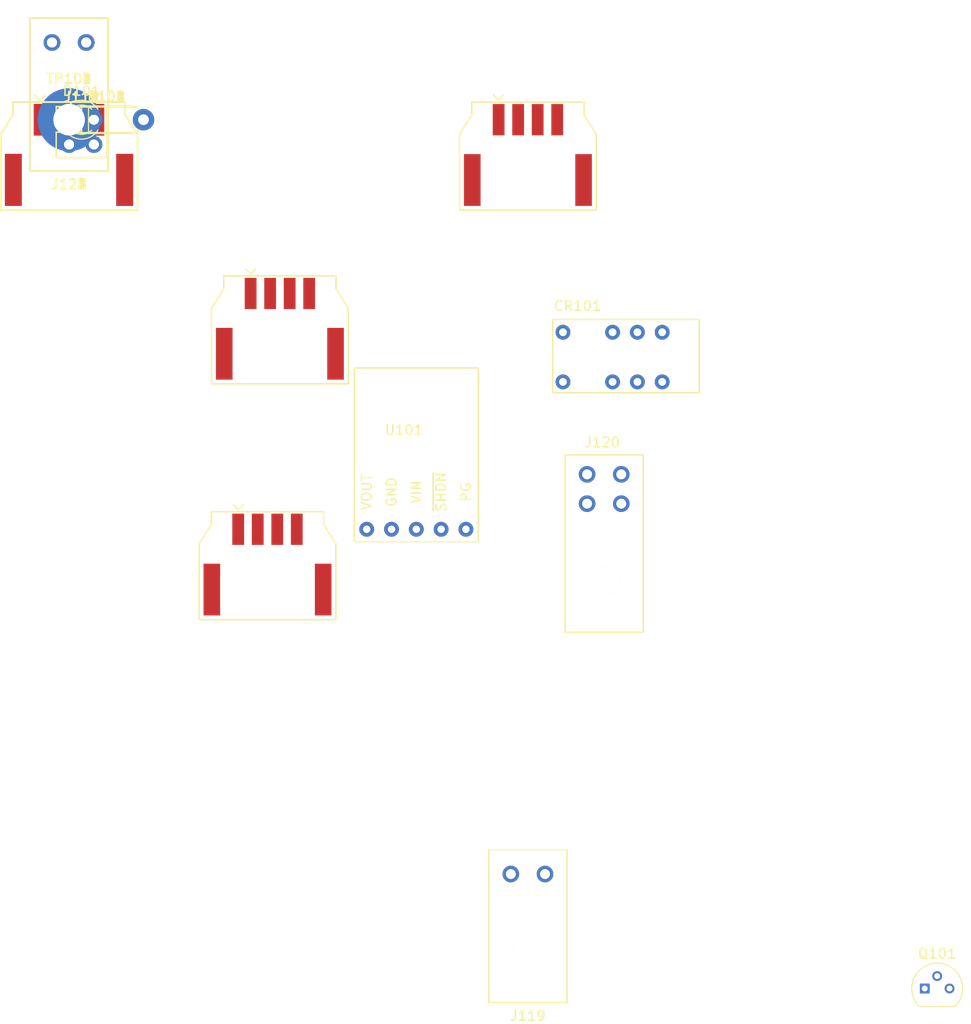
<source format=kicad_pcb>
(kicad_pcb (version 4) (host pcbnew 4.0.6)

  (general
    (links 87)
    (no_connects 52)
    (area 0 0 0 0)
    (thickness 1.6)
    (drawings 0)
    (tracks 0)
    (zones 0)
    (modules 39)
    (nets 36)
  )

  (page A4)
  (layers
    (0 F.Cu signal)
    (31 B.Cu signal)
    (32 B.Adhes user)
    (33 F.Adhes user)
    (34 B.Paste user)
    (35 F.Paste user)
    (36 B.SilkS user)
    (37 F.SilkS user)
    (38 B.Mask user)
    (39 F.Mask user)
    (40 Dwgs.User user)
    (41 Cmts.User user)
    (42 Eco1.User user)
    (43 Eco2.User user)
    (44 Edge.Cuts user)
    (45 Margin user)
    (46 B.CrtYd user)
    (47 F.CrtYd user)
    (48 B.Fab user)
    (49 F.Fab user)
  )

  (setup
    (last_trace_width 0.25)
    (trace_clearance 0.2)
    (zone_clearance 0.508)
    (zone_45_only no)
    (trace_min 0.2)
    (segment_width 0.2)
    (edge_width 0.15)
    (via_size 0.6)
    (via_drill 0.4)
    (via_min_size 0.4)
    (via_min_drill 0.3)
    (uvia_size 0.3)
    (uvia_drill 0.1)
    (uvias_allowed no)
    (uvia_min_size 0.2)
    (uvia_min_drill 0.1)
    (pcb_text_width 0.3)
    (pcb_text_size 1.5 1.5)
    (mod_edge_width 0.15)
    (mod_text_size 1 1)
    (mod_text_width 0.15)
    (pad_size 1.524 1.524)
    (pad_drill 0.762)
    (pad_to_mask_clearance 0.2)
    (aux_axis_origin 0 0)
    (visible_elements FFFFFF7F)
    (pcbplotparams
      (layerselection 0x00030_80000001)
      (usegerberextensions false)
      (excludeedgelayer true)
      (linewidth 0.100000)
      (plotframeref false)
      (viasonmask false)
      (mode 1)
      (useauxorigin false)
      (hpglpennumber 1)
      (hpglpenspeed 20)
      (hpglpendiameter 15)
      (hpglpenoverlay 2)
      (psnegative false)
      (psa4output false)
      (plotreference true)
      (plotvalue true)
      (plotinvisibletext false)
      (padsonsilk false)
      (subtractmaskfromsilk false)
      (outputformat 1)
      (mirror false)
      (drillshape 1)
      (scaleselection 1)
      (outputdirectory ""))
  )

  (net 0 "")
  (net 1 "Net-(Q101-Pad2)")
  (net 2 "Net-(CR101-Pad1)")
  (net 3 GND)
  (net 4 "Net-(CR101-Pad12)")
  (net 5 "Net-(CR101-Pad10)")
  (net 6 "Net-(CR101-Pad9)")
  (net 7 /EFIonb)
  (net 8 "Net-(CR101-Pad5)")
  (net 9 "Net-(CR101-Pad4)")
  (net 10 "Net-(CR101-Pad3)")
  (net 11 "Net-(D101-Pad1)")
  (net 12 "Net-(D101-Pad2)")
  (net 13 +12V)
  (net 14 /CanLo)
  (net 15 /CanHI)
  (net 16 "Net-(J101-Pad4)")
  (net 17 "Net-(J102-Pad4)")
  (net 18 "Net-(J103-Pad4)")
  (net 19 "Net-(J104-Pad4)")
  (net 20 "Net-(J105-Pad4)")
  (net 21 "Net-(J106-Pad4)")
  (net 22 "Net-(J107-Pad4)")
  (net 23 "Net-(J108-Pad4)")
  (net 24 "Net-(J109-Pad4)")
  (net 25 /5)
  (net 26 /O2pwr)
  (net 27 "Net-(J122-Pad2)")
  (net 28 "Net-(J123-Pad2)")
  (net 29 "Net-(J125-Pad2)")
  (net 30 "Net-(J126-Pad2)")
  (net 31 "Net-(U101-Pad4)")
  (net 32 "Net-(TP101-Pad1)")
  (net 33 "Net-(TP102-Pad1)")
  (net 34 "Net-(TP103-Pad1)")
  (net 35 "Net-(TP104-Pad1)")

  (net_class Default "This is the default net class."
    (clearance 0.2)
    (trace_width 0.25)
    (via_dia 0.6)
    (via_drill 0.4)
    (uvia_dia 0.3)
    (uvia_drill 0.1)
    (add_net +12V)
    (add_net /5)
    (add_net /CanHI)
    (add_net /CanLo)
    (add_net /EFIonb)
    (add_net /O2pwr)
    (add_net GND)
    (add_net "Net-(CR101-Pad1)")
    (add_net "Net-(CR101-Pad10)")
    (add_net "Net-(CR101-Pad12)")
    (add_net "Net-(CR101-Pad3)")
    (add_net "Net-(CR101-Pad4)")
    (add_net "Net-(CR101-Pad5)")
    (add_net "Net-(CR101-Pad9)")
    (add_net "Net-(D101-Pad1)")
    (add_net "Net-(D101-Pad2)")
    (add_net "Net-(J101-Pad4)")
    (add_net "Net-(J102-Pad4)")
    (add_net "Net-(J103-Pad4)")
    (add_net "Net-(J104-Pad4)")
    (add_net "Net-(J105-Pad4)")
    (add_net "Net-(J106-Pad4)")
    (add_net "Net-(J107-Pad4)")
    (add_net "Net-(J108-Pad4)")
    (add_net "Net-(J109-Pad4)")
    (add_net "Net-(J122-Pad2)")
    (add_net "Net-(J123-Pad2)")
    (add_net "Net-(J125-Pad2)")
    (add_net "Net-(J126-Pad2)")
    (add_net "Net-(Q101-Pad2)")
    (add_net "Net-(TP101-Pad1)")
    (add_net "Net-(TP102-Pad1)")
    (add_net "Net-(TP103-Pad1)")
    (add_net "Net-(TP104-Pad1)")
    (add_net "Net-(U101-Pad4)")
  )

  (module TO_SOT_Packages_THT:TO-92_Molded_Narrow (layer F.Cu) (tedit 58CE52AF) (tstamp 5A635959)
    (at 87.63 88.9)
    (descr "TO-92 leads molded, narrow, drill 0.6mm (see NXP sot054_po.pdf)")
    (tags "to-92 sc-43 sc-43a sot54 PA33 transistor")
    (path /5A22CAF1)
    (fp_text reference Q101 (at 1.27 -3.56) (layer F.SilkS)
      (effects (font (size 1 1) (thickness 0.15)))
    )
    (fp_text value PN2222A (at 1.27 2.79) (layer F.Fab)
      (effects (font (size 1 1) (thickness 0.15)))
    )
    (fp_text user %R (at 1.27 -3.56) (layer F.Fab)
      (effects (font (size 1 1) (thickness 0.15)))
    )
    (fp_line (start -0.53 1.85) (end 3.07 1.85) (layer F.SilkS) (width 0.12))
    (fp_line (start -0.5 1.75) (end 3 1.75) (layer F.Fab) (width 0.1))
    (fp_line (start -1.46 -2.73) (end 4 -2.73) (layer F.CrtYd) (width 0.05))
    (fp_line (start -1.46 -2.73) (end -1.46 2.01) (layer F.CrtYd) (width 0.05))
    (fp_line (start 4 2.01) (end 4 -2.73) (layer F.CrtYd) (width 0.05))
    (fp_line (start 4 2.01) (end -1.46 2.01) (layer F.CrtYd) (width 0.05))
    (fp_arc (start 1.27 0) (end 1.27 -2.48) (angle 135) (layer F.Fab) (width 0.1))
    (fp_arc (start 1.27 0) (end 1.27 -2.6) (angle -135) (layer F.SilkS) (width 0.12))
    (fp_arc (start 1.27 0) (end 1.27 -2.48) (angle -135) (layer F.Fab) (width 0.1))
    (fp_arc (start 1.27 0) (end 1.27 -2.6) (angle 135) (layer F.SilkS) (width 0.12))
    (pad 2 thru_hole circle (at 1.27 -1.27 90) (size 1 1) (drill 0.6) (layers *.Cu *.Mask)
      (net 1 "Net-(Q101-Pad2)"))
    (pad 3 thru_hole circle (at 2.54 0 90) (size 1 1) (drill 0.6) (layers *.Cu *.Mask)
      (net 2 "Net-(CR101-Pad1)"))
    (pad 1 thru_hole rect (at 0 0 90) (size 1 1) (drill 0.6) (layers *.Cu *.Mask)
      (net 3 GND))
    (model ${KISYS3DMOD}/TO_SOT_Packages_THT.3dshapes/TO-92_Molded_Narrow.wrl
      (at (xyz 0.05 0 0))
      (scale (xyz 1 1 1))
      (rotate (xyz 0 0 -90))
    )
  )

  (module supermileage_footprints:2_FORM_C-RELAY (layer F.Cu) (tedit 5A5A3EAA) (tstamp 5A635BF6)
    (at 49.53 27.94)
    (path /5A2C6065)
    (fp_text reference CR101 (at 2.54 -8.89) (layer F.SilkS)
      (effects (font (size 1 1) (thickness 0.15)))
    )
    (fp_text value DPDT_PCB_Relay (at 7.62 -3.81) (layer F.Fab)
      (effects (font (size 1 1) (thickness 0.15)))
    )
    (fp_line (start 0 0) (end 15 0) (layer F.SilkS) (width 0.15))
    (fp_line (start 15 0) (end 15 -7.5) (layer F.SilkS) (width 0.15))
    (fp_line (start 15 -7.5) (end 0 -7.5) (layer F.SilkS) (width 0.15))
    (fp_line (start 0 -7.5) (end 0 0) (layer F.SilkS) (width 0.15))
    (pad 12 thru_hole circle (at 1.05 -1.11) (size 1.524 1.524) (drill 0.8) (layers *.Cu *.Mask)
      (net 4 "Net-(CR101-Pad12)"))
    (pad 10 thru_hole circle (at 6.13 -1.11) (size 1.524 1.524) (drill 0.8) (layers *.Cu *.Mask)
      (net 5 "Net-(CR101-Pad10)"))
    (pad 9 thru_hole circle (at 8.67 -1.11) (size 1.524 1.524) (drill 0.8) (layers *.Cu *.Mask)
      (net 6 "Net-(CR101-Pad9)"))
    (pad 8 thru_hole circle (at 11.21 -1.11) (size 1.524 1.524) (drill 0.8) (layers *.Cu *.Mask)
      (net 7 /EFIonb))
    (pad 5 thru_hole circle (at 11.21 -6.19) (size 1.524 1.524) (drill 0.8) (layers *.Cu *.Mask)
      (net 8 "Net-(CR101-Pad5)"))
    (pad 4 thru_hole circle (at 8.67 -6.19) (size 1.524 1.524) (drill 0.8) (layers *.Cu *.Mask)
      (net 9 "Net-(CR101-Pad4)"))
    (pad 3 thru_hole circle (at 6.13 -6.19) (size 1.524 1.524) (drill 0.8) (layers *.Cu *.Mask)
      (net 10 "Net-(CR101-Pad3)"))
    (pad 1 thru_hole circle (at 1.05 -6.19) (size 1.524 1.524) (drill 0.8) (layers *.Cu *.Mask)
      (net 2 "Net-(CR101-Pad1)"))
  )

  (module LEDs:LED_D3.0mm (layer F.Cu) (tedit 587A3A7B) (tstamp 5A635C09)
    (at 0 0)
    (descr "LED, diameter 3.0mm, 2 pins")
    (tags "LED diameter 3.0mm 2 pins")
    (path /5A22DD28)
    (fp_text reference D101 (at 1.27 -2.96) (layer F.SilkS)
      (effects (font (size 1 1) (thickness 0.15)))
    )
    (fp_text value LED (at 1.27 2.96) (layer F.Fab)
      (effects (font (size 1 1) (thickness 0.15)))
    )
    (fp_arc (start 1.27 0) (end -0.23 -1.16619) (angle 284.3) (layer F.Fab) (width 0.1))
    (fp_arc (start 1.27 0) (end -0.29 -1.235516) (angle 108.8) (layer F.SilkS) (width 0.12))
    (fp_arc (start 1.27 0) (end -0.29 1.235516) (angle -108.8) (layer F.SilkS) (width 0.12))
    (fp_arc (start 1.27 0) (end 0.229039 -1.08) (angle 87.9) (layer F.SilkS) (width 0.12))
    (fp_arc (start 1.27 0) (end 0.229039 1.08) (angle -87.9) (layer F.SilkS) (width 0.12))
    (fp_circle (center 1.27 0) (end 2.77 0) (layer F.Fab) (width 0.1))
    (fp_line (start -0.23 -1.16619) (end -0.23 1.16619) (layer F.Fab) (width 0.1))
    (fp_line (start -0.29 -1.236) (end -0.29 -1.08) (layer F.SilkS) (width 0.12))
    (fp_line (start -0.29 1.08) (end -0.29 1.236) (layer F.SilkS) (width 0.12))
    (fp_line (start -1.15 -2.25) (end -1.15 2.25) (layer F.CrtYd) (width 0.05))
    (fp_line (start -1.15 2.25) (end 3.7 2.25) (layer F.CrtYd) (width 0.05))
    (fp_line (start 3.7 2.25) (end 3.7 -2.25) (layer F.CrtYd) (width 0.05))
    (fp_line (start 3.7 -2.25) (end -1.15 -2.25) (layer F.CrtYd) (width 0.05))
    (pad 1 thru_hole rect (at 0 0) (size 1.8 1.8) (drill 0.9) (layers *.Cu *.Mask)
      (net 11 "Net-(D101-Pad1)"))
    (pad 2 thru_hole circle (at 2.54 0) (size 1.8 1.8) (drill 0.9) (layers *.Cu *.Mask)
      (net 12 "Net-(D101-Pad2)"))
    (model ${KISYS3DMOD}/LEDs.3dshapes/LED_D3.0mm.wrl
      (at (xyz 0 0 0))
      (scale (xyz 0.393701 0.393701 0.393701))
      (rotate (xyz 0 0 0))
    )
  )

  (module Diodes_THT:D_DO-41_SOD81_P7.62mm_Horizontal (layer F.Cu) (tedit 5921392F) (tstamp 5A635C22)
    (at 0 0)
    (descr "D, DO-41_SOD81 series, Axial, Horizontal, pin pitch=7.62mm, , length*diameter=5.2*2.7mm^2, , http://www.diodes.com/_files/packages/DO-41%20(Plastic).pdf")
    (tags "D DO-41_SOD81 series Axial Horizontal pin pitch 7.62mm  length 5.2mm diameter 2.7mm")
    (path /5A5A4892)
    (fp_text reference D102 (at 3.81 -2.41) (layer F.SilkS)
      (effects (font (size 1 1) (thickness 0.15)))
    )
    (fp_text value D (at 3.81 2.41) (layer F.Fab)
      (effects (font (size 1 1) (thickness 0.15)))
    )
    (fp_text user %R (at 3.81 0) (layer F.Fab)
      (effects (font (size 1 1) (thickness 0.15)))
    )
    (fp_line (start 1.21 -1.35) (end 1.21 1.35) (layer F.Fab) (width 0.1))
    (fp_line (start 1.21 1.35) (end 6.41 1.35) (layer F.Fab) (width 0.1))
    (fp_line (start 6.41 1.35) (end 6.41 -1.35) (layer F.Fab) (width 0.1))
    (fp_line (start 6.41 -1.35) (end 1.21 -1.35) (layer F.Fab) (width 0.1))
    (fp_line (start 0 0) (end 1.21 0) (layer F.Fab) (width 0.1))
    (fp_line (start 7.62 0) (end 6.41 0) (layer F.Fab) (width 0.1))
    (fp_line (start 1.99 -1.35) (end 1.99 1.35) (layer F.Fab) (width 0.1))
    (fp_line (start 1.15 -1.28) (end 1.15 -1.41) (layer F.SilkS) (width 0.12))
    (fp_line (start 1.15 -1.41) (end 6.47 -1.41) (layer F.SilkS) (width 0.12))
    (fp_line (start 6.47 -1.41) (end 6.47 -1.28) (layer F.SilkS) (width 0.12))
    (fp_line (start 1.15 1.28) (end 1.15 1.41) (layer F.SilkS) (width 0.12))
    (fp_line (start 1.15 1.41) (end 6.47 1.41) (layer F.SilkS) (width 0.12))
    (fp_line (start 6.47 1.41) (end 6.47 1.28) (layer F.SilkS) (width 0.12))
    (fp_line (start 1.99 -1.41) (end 1.99 1.41) (layer F.SilkS) (width 0.12))
    (fp_line (start -1.35 -1.7) (end -1.35 1.7) (layer F.CrtYd) (width 0.05))
    (fp_line (start -1.35 1.7) (end 9 1.7) (layer F.CrtYd) (width 0.05))
    (fp_line (start 9 1.7) (end 9 -1.7) (layer F.CrtYd) (width 0.05))
    (fp_line (start 9 -1.7) (end -1.35 -1.7) (layer F.CrtYd) (width 0.05))
    (pad 1 thru_hole rect (at 0 0) (size 2.2 2.2) (drill 1.1) (layers *.Cu *.Mask)
      (net 13 +12V))
    (pad 2 thru_hole oval (at 7.62 0) (size 2.2 2.2) (drill 1.1) (layers *.Cu *.Mask)
      (net 2 "Net-(CR101-Pad1)"))
    (model ${KISYS3DMOD}/Diodes_THT.3dshapes/D_DO-41_SOD81_P7.62mm_Horizontal.wrl
      (at (xyz 0 0 0))
      (scale (xyz 0.393701 0.393701 0.393701))
      (rotate (xyz 0 0 0))
    )
  )

  (module supermileage_footprints:Molex-duraClick-4conn (layer F.Cu) (tedit 5803C53C) (tstamp 5A635C36)
    (at 21.59 17.78)
    (path /5A230FBE)
    (fp_text reference J101 (at 0 2.7502) (layer F.SilkS) hide
      (effects (font (size 1.2 1.2) (thickness 0.15)))
    )
    (fp_text value CAN_1 (at 0 4.1002) (layer F.Fab)
      (effects (font (size 1.2 1.2) (thickness 0.15)))
    )
    (fp_line (start -3 -2) (end -2.5 -2.5) (layer F.SilkS) (width 0.15))
    (fp_line (start -3.5 -2.5) (end -3 -2) (layer F.SilkS) (width 0.15))
    (fp_line (start -7 1.5) (end -7 9.25) (layer F.SilkS) (width 0.15))
    (fp_line (start -5.75 -0.5) (end -7 1.5) (layer F.SilkS) (width 0.15))
    (fp_line (start -5.75 -1.8) (end -5.75 -0.5) (layer F.SilkS) (width 0.15))
    (fp_line (start 5.75 -1.8) (end -5.75 -1.8) (layer F.SilkS) (width 0.15))
    (fp_line (start 5.75 -0.5) (end 5.75 -1.8) (layer F.SilkS) (width 0.15))
    (fp_line (start 7 1.5) (end 5.75 -0.5) (layer F.SilkS) (width 0.15))
    (fp_line (start 7 9.25) (end 7 1.5) (layer F.SilkS) (width 0.15))
    (fp_line (start -7 9.25) (end 7 9.25) (layer F.SilkS) (width 0.15))
    (pad 1 smd rect (at -2.999994 0) (size 1.2065 3.2004) (layers F.Cu F.Paste F.Mask)
      (net 3 GND))
    (pad 2 smd rect (at -0.999998 0) (size 1.2065 3.2004) (layers F.Cu F.Paste F.Mask)
      (net 14 /CanLo))
    (pad 3 smd rect (at 0.999998 0) (size 1.2065 3.2004) (layers F.Cu F.Paste F.Mask)
      (net 15 /CanHI))
    (pad 4 smd rect (at 2.999994 0) (size 1.2065 3.2004) (layers F.Cu F.Paste F.Mask)
      (net 16 "Net-(J101-Pad4)"))
    (pad 0 smd rect (at -5.700014 6.16966) (size 1.700022 5.299964) (layers F.Cu F.Paste F.Mask))
    (pad 0 smd rect (at 5.700014 6.16966) (size 1.700022 5.299964) (layers F.Cu F.Paste F.Mask))
    (model ${USERPATH}/3d_models/4_pin_duraclick.wrl
      (at (xyz 0 -0.175 0.12))
      (scale (xyz 0.394 0.394 0.394))
      (rotate (xyz 0 0 180))
    )
  )

  (module supermileage_footprints:Molex-duraClick-4conn (layer F.Cu) (tedit 5803C53C) (tstamp 5A635C4A)
    (at 20.32 41.91)
    (path /5A231440)
    (fp_text reference J102 (at 0 2.7502) (layer F.SilkS) hide
      (effects (font (size 1.2 1.2) (thickness 0.15)))
    )
    (fp_text value CAN_2 (at 0 4.1002) (layer F.Fab)
      (effects (font (size 1.2 1.2) (thickness 0.15)))
    )
    (fp_line (start -3 -2) (end -2.5 -2.5) (layer F.SilkS) (width 0.15))
    (fp_line (start -3.5 -2.5) (end -3 -2) (layer F.SilkS) (width 0.15))
    (fp_line (start -7 1.5) (end -7 9.25) (layer F.SilkS) (width 0.15))
    (fp_line (start -5.75 -0.5) (end -7 1.5) (layer F.SilkS) (width 0.15))
    (fp_line (start -5.75 -1.8) (end -5.75 -0.5) (layer F.SilkS) (width 0.15))
    (fp_line (start 5.75 -1.8) (end -5.75 -1.8) (layer F.SilkS) (width 0.15))
    (fp_line (start 5.75 -0.5) (end 5.75 -1.8) (layer F.SilkS) (width 0.15))
    (fp_line (start 7 1.5) (end 5.75 -0.5) (layer F.SilkS) (width 0.15))
    (fp_line (start 7 9.25) (end 7 1.5) (layer F.SilkS) (width 0.15))
    (fp_line (start -7 9.25) (end 7 9.25) (layer F.SilkS) (width 0.15))
    (pad 1 smd rect (at -2.999994 0) (size 1.2065 3.2004) (layers F.Cu F.Paste F.Mask)
      (net 3 GND))
    (pad 2 smd rect (at -0.999998 0) (size 1.2065 3.2004) (layers F.Cu F.Paste F.Mask)
      (net 14 /CanLo))
    (pad 3 smd rect (at 0.999998 0) (size 1.2065 3.2004) (layers F.Cu F.Paste F.Mask)
      (net 15 /CanHI))
    (pad 4 smd rect (at 2.999994 0) (size 1.2065 3.2004) (layers F.Cu F.Paste F.Mask)
      (net 17 "Net-(J102-Pad4)"))
    (pad 0 smd rect (at -5.700014 6.16966) (size 1.700022 5.299964) (layers F.Cu F.Paste F.Mask))
    (pad 0 smd rect (at 5.700014 6.16966) (size 1.700022 5.299964) (layers F.Cu F.Paste F.Mask))
    (model ${USERPATH}/3d_models/4_pin_duraclick.wrl
      (at (xyz 0 -0.175 0.12))
      (scale (xyz 0.394 0.394 0.394))
      (rotate (xyz 0 0 180))
    )
  )

  (module supermileage_footprints:Molex-duraClick-4conn (layer F.Cu) (tedit 5803C53C) (tstamp 5A635C5E)
    (at 46.99 0)
    (path /5A231905)
    (fp_text reference J103 (at 0 2.7502) (layer F.SilkS) hide
      (effects (font (size 1.2 1.2) (thickness 0.15)))
    )
    (fp_text value CAN_3 (at 0 4.1002) (layer F.Fab)
      (effects (font (size 1.2 1.2) (thickness 0.15)))
    )
    (fp_line (start -3 -2) (end -2.5 -2.5) (layer F.SilkS) (width 0.15))
    (fp_line (start -3.5 -2.5) (end -3 -2) (layer F.SilkS) (width 0.15))
    (fp_line (start -7 1.5) (end -7 9.25) (layer F.SilkS) (width 0.15))
    (fp_line (start -5.75 -0.5) (end -7 1.5) (layer F.SilkS) (width 0.15))
    (fp_line (start -5.75 -1.8) (end -5.75 -0.5) (layer F.SilkS) (width 0.15))
    (fp_line (start 5.75 -1.8) (end -5.75 -1.8) (layer F.SilkS) (width 0.15))
    (fp_line (start 5.75 -0.5) (end 5.75 -1.8) (layer F.SilkS) (width 0.15))
    (fp_line (start 7 1.5) (end 5.75 -0.5) (layer F.SilkS) (width 0.15))
    (fp_line (start 7 9.25) (end 7 1.5) (layer F.SilkS) (width 0.15))
    (fp_line (start -7 9.25) (end 7 9.25) (layer F.SilkS) (width 0.15))
    (pad 1 smd rect (at -2.999994 0) (size 1.2065 3.2004) (layers F.Cu F.Paste F.Mask)
      (net 3 GND))
    (pad 2 smd rect (at -0.999998 0) (size 1.2065 3.2004) (layers F.Cu F.Paste F.Mask)
      (net 14 /CanLo))
    (pad 3 smd rect (at 0.999998 0) (size 1.2065 3.2004) (layers F.Cu F.Paste F.Mask)
      (net 15 /CanHI))
    (pad 4 smd rect (at 2.999994 0) (size 1.2065 3.2004) (layers F.Cu F.Paste F.Mask)
      (net 18 "Net-(J103-Pad4)"))
    (pad 0 smd rect (at -5.700014 6.16966) (size 1.700022 5.299964) (layers F.Cu F.Paste F.Mask))
    (pad 0 smd rect (at 5.700014 6.16966) (size 1.700022 5.299964) (layers F.Cu F.Paste F.Mask))
    (model ${USERPATH}/3d_models/4_pin_duraclick.wrl
      (at (xyz 0 -0.175 0.12))
      (scale (xyz 0.394 0.394 0.394))
      (rotate (xyz 0 0 180))
    )
  )

  (module supermileage_footprints:Molex-duraClick-4conn (layer F.Cu) (tedit 5803C53C) (tstamp 5A635C72)
    (at 0 0)
    (path /5A231A12)
    (fp_text reference J104 (at 0 2.7502) (layer F.SilkS) hide
      (effects (font (size 1.2 1.2) (thickness 0.15)))
    )
    (fp_text value CAN_4 (at 0 4.1002) (layer F.Fab)
      (effects (font (size 1.2 1.2) (thickness 0.15)))
    )
    (fp_line (start -3 -2) (end -2.5 -2.5) (layer F.SilkS) (width 0.15))
    (fp_line (start -3.5 -2.5) (end -3 -2) (layer F.SilkS) (width 0.15))
    (fp_line (start -7 1.5) (end -7 9.25) (layer F.SilkS) (width 0.15))
    (fp_line (start -5.75 -0.5) (end -7 1.5) (layer F.SilkS) (width 0.15))
    (fp_line (start -5.75 -1.8) (end -5.75 -0.5) (layer F.SilkS) (width 0.15))
    (fp_line (start 5.75 -1.8) (end -5.75 -1.8) (layer F.SilkS) (width 0.15))
    (fp_line (start 5.75 -0.5) (end 5.75 -1.8) (layer F.SilkS) (width 0.15))
    (fp_line (start 7 1.5) (end 5.75 -0.5) (layer F.SilkS) (width 0.15))
    (fp_line (start 7 9.25) (end 7 1.5) (layer F.SilkS) (width 0.15))
    (fp_line (start -7 9.25) (end 7 9.25) (layer F.SilkS) (width 0.15))
    (pad 1 smd rect (at -2.999994 0) (size 1.2065 3.2004) (layers F.Cu F.Paste F.Mask)
      (net 3 GND))
    (pad 2 smd rect (at -0.999998 0) (size 1.2065 3.2004) (layers F.Cu F.Paste F.Mask)
      (net 14 /CanLo))
    (pad 3 smd rect (at 0.999998 0) (size 1.2065 3.2004) (layers F.Cu F.Paste F.Mask)
      (net 15 /CanHI))
    (pad 4 smd rect (at 2.999994 0) (size 1.2065 3.2004) (layers F.Cu F.Paste F.Mask)
      (net 19 "Net-(J104-Pad4)"))
    (pad 0 smd rect (at -5.700014 6.16966) (size 1.700022 5.299964) (layers F.Cu F.Paste F.Mask))
    (pad 0 smd rect (at 5.700014 6.16966) (size 1.700022 5.299964) (layers F.Cu F.Paste F.Mask))
    (model ${USERPATH}/3d_models/4_pin_duraclick.wrl
      (at (xyz 0 -0.175 0.12))
      (scale (xyz 0.394 0.394 0.394))
      (rotate (xyz 0 0 180))
    )
  )

  (module supermileage_footprints:Molex-duraClick-4conn (layer F.Cu) (tedit 5803C53C) (tstamp 5A635C86)
    (at 0 0)
    (path /5A231A33)
    (fp_text reference J105 (at 0 2.7502) (layer F.SilkS) hide
      (effects (font (size 1.2 1.2) (thickness 0.15)))
    )
    (fp_text value CAN_5 (at 0 4.1002) (layer F.Fab)
      (effects (font (size 1.2 1.2) (thickness 0.15)))
    )
    (fp_line (start -3 -2) (end -2.5 -2.5) (layer F.SilkS) (width 0.15))
    (fp_line (start -3.5 -2.5) (end -3 -2) (layer F.SilkS) (width 0.15))
    (fp_line (start -7 1.5) (end -7 9.25) (layer F.SilkS) (width 0.15))
    (fp_line (start -5.75 -0.5) (end -7 1.5) (layer F.SilkS) (width 0.15))
    (fp_line (start -5.75 -1.8) (end -5.75 -0.5) (layer F.SilkS) (width 0.15))
    (fp_line (start 5.75 -1.8) (end -5.75 -1.8) (layer F.SilkS) (width 0.15))
    (fp_line (start 5.75 -0.5) (end 5.75 -1.8) (layer F.SilkS) (width 0.15))
    (fp_line (start 7 1.5) (end 5.75 -0.5) (layer F.SilkS) (width 0.15))
    (fp_line (start 7 9.25) (end 7 1.5) (layer F.SilkS) (width 0.15))
    (fp_line (start -7 9.25) (end 7 9.25) (layer F.SilkS) (width 0.15))
    (pad 1 smd rect (at -2.999994 0) (size 1.2065 3.2004) (layers F.Cu F.Paste F.Mask)
      (net 3 GND))
    (pad 2 smd rect (at -0.999998 0) (size 1.2065 3.2004) (layers F.Cu F.Paste F.Mask)
      (net 14 /CanLo))
    (pad 3 smd rect (at 0.999998 0) (size 1.2065 3.2004) (layers F.Cu F.Paste F.Mask)
      (net 15 /CanHI))
    (pad 4 smd rect (at 2.999994 0) (size 1.2065 3.2004) (layers F.Cu F.Paste F.Mask)
      (net 20 "Net-(J105-Pad4)"))
    (pad 0 smd rect (at -5.700014 6.16966) (size 1.700022 5.299964) (layers F.Cu F.Paste F.Mask))
    (pad 0 smd rect (at 5.700014 6.16966) (size 1.700022 5.299964) (layers F.Cu F.Paste F.Mask))
    (model ${USERPATH}/3d_models/4_pin_duraclick.wrl
      (at (xyz 0 -0.175 0.12))
      (scale (xyz 0.394 0.394 0.394))
      (rotate (xyz 0 0 180))
    )
  )

  (module supermileage_footprints:Molex-duraClick-4conn (layer F.Cu) (tedit 5803C53C) (tstamp 5A635C9A)
    (at 0 0)
    (path /5A23262E)
    (fp_text reference J106 (at 0 2.7502) (layer F.SilkS) hide
      (effects (font (size 1.2 1.2) (thickness 0.15)))
    )
    (fp_text value CAN_6 (at 0 4.1002) (layer F.Fab)
      (effects (font (size 1.2 1.2) (thickness 0.15)))
    )
    (fp_line (start -3 -2) (end -2.5 -2.5) (layer F.SilkS) (width 0.15))
    (fp_line (start -3.5 -2.5) (end -3 -2) (layer F.SilkS) (width 0.15))
    (fp_line (start -7 1.5) (end -7 9.25) (layer F.SilkS) (width 0.15))
    (fp_line (start -5.75 -0.5) (end -7 1.5) (layer F.SilkS) (width 0.15))
    (fp_line (start -5.75 -1.8) (end -5.75 -0.5) (layer F.SilkS) (width 0.15))
    (fp_line (start 5.75 -1.8) (end -5.75 -1.8) (layer F.SilkS) (width 0.15))
    (fp_line (start 5.75 -0.5) (end 5.75 -1.8) (layer F.SilkS) (width 0.15))
    (fp_line (start 7 1.5) (end 5.75 -0.5) (layer F.SilkS) (width 0.15))
    (fp_line (start 7 9.25) (end 7 1.5) (layer F.SilkS) (width 0.15))
    (fp_line (start -7 9.25) (end 7 9.25) (layer F.SilkS) (width 0.15))
    (pad 1 smd rect (at -2.999994 0) (size 1.2065 3.2004) (layers F.Cu F.Paste F.Mask)
      (net 3 GND))
    (pad 2 smd rect (at -0.999998 0) (size 1.2065 3.2004) (layers F.Cu F.Paste F.Mask)
      (net 14 /CanLo))
    (pad 3 smd rect (at 0.999998 0) (size 1.2065 3.2004) (layers F.Cu F.Paste F.Mask)
      (net 15 /CanHI))
    (pad 4 smd rect (at 2.999994 0) (size 1.2065 3.2004) (layers F.Cu F.Paste F.Mask)
      (net 21 "Net-(J106-Pad4)"))
    (pad 0 smd rect (at -5.700014 6.16966) (size 1.700022 5.299964) (layers F.Cu F.Paste F.Mask))
    (pad 0 smd rect (at 5.700014 6.16966) (size 1.700022 5.299964) (layers F.Cu F.Paste F.Mask))
    (model ${USERPATH}/3d_models/4_pin_duraclick.wrl
      (at (xyz 0 -0.175 0.12))
      (scale (xyz 0.394 0.394 0.394))
      (rotate (xyz 0 0 180))
    )
  )

  (module supermileage_footprints:Molex-duraClick-4conn (layer F.Cu) (tedit 5803C53C) (tstamp 5A635CAE)
    (at 0 0)
    (path /5A23264F)
    (fp_text reference J107 (at 0 2.7502) (layer F.SilkS) hide
      (effects (font (size 1.2 1.2) (thickness 0.15)))
    )
    (fp_text value CAN_7 (at 0 4.1002) (layer F.Fab)
      (effects (font (size 1.2 1.2) (thickness 0.15)))
    )
    (fp_line (start -3 -2) (end -2.5 -2.5) (layer F.SilkS) (width 0.15))
    (fp_line (start -3.5 -2.5) (end -3 -2) (layer F.SilkS) (width 0.15))
    (fp_line (start -7 1.5) (end -7 9.25) (layer F.SilkS) (width 0.15))
    (fp_line (start -5.75 -0.5) (end -7 1.5) (layer F.SilkS) (width 0.15))
    (fp_line (start -5.75 -1.8) (end -5.75 -0.5) (layer F.SilkS) (width 0.15))
    (fp_line (start 5.75 -1.8) (end -5.75 -1.8) (layer F.SilkS) (width 0.15))
    (fp_line (start 5.75 -0.5) (end 5.75 -1.8) (layer F.SilkS) (width 0.15))
    (fp_line (start 7 1.5) (end 5.75 -0.5) (layer F.SilkS) (width 0.15))
    (fp_line (start 7 9.25) (end 7 1.5) (layer F.SilkS) (width 0.15))
    (fp_line (start -7 9.25) (end 7 9.25) (layer F.SilkS) (width 0.15))
    (pad 1 smd rect (at -2.999994 0) (size 1.2065 3.2004) (layers F.Cu F.Paste F.Mask)
      (net 3 GND))
    (pad 2 smd rect (at -0.999998 0) (size 1.2065 3.2004) (layers F.Cu F.Paste F.Mask)
      (net 14 /CanLo))
    (pad 3 smd rect (at 0.999998 0) (size 1.2065 3.2004) (layers F.Cu F.Paste F.Mask)
      (net 15 /CanHI))
    (pad 4 smd rect (at 2.999994 0) (size 1.2065 3.2004) (layers F.Cu F.Paste F.Mask)
      (net 22 "Net-(J107-Pad4)"))
    (pad 0 smd rect (at -5.700014 6.16966) (size 1.700022 5.299964) (layers F.Cu F.Paste F.Mask))
    (pad 0 smd rect (at 5.700014 6.16966) (size 1.700022 5.299964) (layers F.Cu F.Paste F.Mask))
    (model ${USERPATH}/3d_models/4_pin_duraclick.wrl
      (at (xyz 0 -0.175 0.12))
      (scale (xyz 0.394 0.394 0.394))
      (rotate (xyz 0 0 180))
    )
  )

  (module supermileage_footprints:Molex-duraClick-4conn (layer F.Cu) (tedit 5803C53C) (tstamp 5A635CC2)
    (at 0 0)
    (path /5A232670)
    (fp_text reference J108 (at 0 2.7502) (layer F.SilkS) hide
      (effects (font (size 1.2 1.2) (thickness 0.15)))
    )
    (fp_text value CAN_8 (at 0 4.1002) (layer F.Fab)
      (effects (font (size 1.2 1.2) (thickness 0.15)))
    )
    (fp_line (start -3 -2) (end -2.5 -2.5) (layer F.SilkS) (width 0.15))
    (fp_line (start -3.5 -2.5) (end -3 -2) (layer F.SilkS) (width 0.15))
    (fp_line (start -7 1.5) (end -7 9.25) (layer F.SilkS) (width 0.15))
    (fp_line (start -5.75 -0.5) (end -7 1.5) (layer F.SilkS) (width 0.15))
    (fp_line (start -5.75 -1.8) (end -5.75 -0.5) (layer F.SilkS) (width 0.15))
    (fp_line (start 5.75 -1.8) (end -5.75 -1.8) (layer F.SilkS) (width 0.15))
    (fp_line (start 5.75 -0.5) (end 5.75 -1.8) (layer F.SilkS) (width 0.15))
    (fp_line (start 7 1.5) (end 5.75 -0.5) (layer F.SilkS) (width 0.15))
    (fp_line (start 7 9.25) (end 7 1.5) (layer F.SilkS) (width 0.15))
    (fp_line (start -7 9.25) (end 7 9.25) (layer F.SilkS) (width 0.15))
    (pad 1 smd rect (at -2.999994 0) (size 1.2065 3.2004) (layers F.Cu F.Paste F.Mask)
      (net 3 GND))
    (pad 2 smd rect (at -0.999998 0) (size 1.2065 3.2004) (layers F.Cu F.Paste F.Mask)
      (net 14 /CanLo))
    (pad 3 smd rect (at 0.999998 0) (size 1.2065 3.2004) (layers F.Cu F.Paste F.Mask)
      (net 15 /CanHI))
    (pad 4 smd rect (at 2.999994 0) (size 1.2065 3.2004) (layers F.Cu F.Paste F.Mask)
      (net 23 "Net-(J108-Pad4)"))
    (pad 0 smd rect (at -5.700014 6.16966) (size 1.700022 5.299964) (layers F.Cu F.Paste F.Mask))
    (pad 0 smd rect (at 5.700014 6.16966) (size 1.700022 5.299964) (layers F.Cu F.Paste F.Mask))
    (model ${USERPATH}/3d_models/4_pin_duraclick.wrl
      (at (xyz 0 -0.175 0.12))
      (scale (xyz 0.394 0.394 0.394))
      (rotate (xyz 0 0 180))
    )
  )

  (module supermileage_footprints:Molex-duraClick-4conn (layer F.Cu) (tedit 5803C53C) (tstamp 5A635CD6)
    (at 0 0)
    (path /5A232691)
    (fp_text reference J109 (at 0 2.7502) (layer F.SilkS) hide
      (effects (font (size 1.2 1.2) (thickness 0.15)))
    )
    (fp_text value CAN_9 (at 0 4.1002) (layer F.Fab)
      (effects (font (size 1.2 1.2) (thickness 0.15)))
    )
    (fp_line (start -3 -2) (end -2.5 -2.5) (layer F.SilkS) (width 0.15))
    (fp_line (start -3.5 -2.5) (end -3 -2) (layer F.SilkS) (width 0.15))
    (fp_line (start -7 1.5) (end -7 9.25) (layer F.SilkS) (width 0.15))
    (fp_line (start -5.75 -0.5) (end -7 1.5) (layer F.SilkS) (width 0.15))
    (fp_line (start -5.75 -1.8) (end -5.75 -0.5) (layer F.SilkS) (width 0.15))
    (fp_line (start 5.75 -1.8) (end -5.75 -1.8) (layer F.SilkS) (width 0.15))
    (fp_line (start 5.75 -0.5) (end 5.75 -1.8) (layer F.SilkS) (width 0.15))
    (fp_line (start 7 1.5) (end 5.75 -0.5) (layer F.SilkS) (width 0.15))
    (fp_line (start 7 9.25) (end 7 1.5) (layer F.SilkS) (width 0.15))
    (fp_line (start -7 9.25) (end 7 9.25) (layer F.SilkS) (width 0.15))
    (pad 1 smd rect (at -2.999994 0) (size 1.2065 3.2004) (layers F.Cu F.Paste F.Mask)
      (net 3 GND))
    (pad 2 smd rect (at -0.999998 0) (size 1.2065 3.2004) (layers F.Cu F.Paste F.Mask)
      (net 14 /CanLo))
    (pad 3 smd rect (at 0.999998 0) (size 1.2065 3.2004) (layers F.Cu F.Paste F.Mask)
      (net 15 /CanHI))
    (pad 4 smd rect (at 2.999994 0) (size 1.2065 3.2004) (layers F.Cu F.Paste F.Mask)
      (net 24 "Net-(J109-Pad4)"))
    (pad 0 smd rect (at -5.700014 6.16966) (size 1.700022 5.299964) (layers F.Cu F.Paste F.Mask))
    (pad 0 smd rect (at 5.700014 6.16966) (size 1.700022 5.299964) (layers F.Cu F.Paste F.Mask))
    (model ${USERPATH}/3d_models/4_pin_duraclick.wrl
      (at (xyz 0 -0.175 0.12))
      (scale (xyz 0.394 0.394 0.394))
      (rotate (xyz 0 0 180))
    )
  )

  (module Pin_Headers:Pin_Header_Straight_2x02_Pitch2.54mm (layer F.Cu) (tedit 59650532) (tstamp 5A635CF0)
    (at 0 0)
    (descr "Through hole straight pin header, 2x02, 2.54mm pitch, double rows")
    (tags "Through hole pin header THT 2x02 2.54mm double row")
    (path /5A23168D)
    (fp_text reference J110 (at 1.27 -2.33) (layer F.SilkS)
      (effects (font (size 1 1) (thickness 0.15)))
    )
    (fp_text value JPR_1 (at 1.27 4.87) (layer F.Fab)
      (effects (font (size 1 1) (thickness 0.15)))
    )
    (fp_line (start 0 -1.27) (end 3.81 -1.27) (layer F.Fab) (width 0.1))
    (fp_line (start 3.81 -1.27) (end 3.81 3.81) (layer F.Fab) (width 0.1))
    (fp_line (start 3.81 3.81) (end -1.27 3.81) (layer F.Fab) (width 0.1))
    (fp_line (start -1.27 3.81) (end -1.27 0) (layer F.Fab) (width 0.1))
    (fp_line (start -1.27 0) (end 0 -1.27) (layer F.Fab) (width 0.1))
    (fp_line (start -1.33 3.87) (end 3.87 3.87) (layer F.SilkS) (width 0.12))
    (fp_line (start -1.33 1.27) (end -1.33 3.87) (layer F.SilkS) (width 0.12))
    (fp_line (start 3.87 -1.33) (end 3.87 3.87) (layer F.SilkS) (width 0.12))
    (fp_line (start -1.33 1.27) (end 1.27 1.27) (layer F.SilkS) (width 0.12))
    (fp_line (start 1.27 1.27) (end 1.27 -1.33) (layer F.SilkS) (width 0.12))
    (fp_line (start 1.27 -1.33) (end 3.87 -1.33) (layer F.SilkS) (width 0.12))
    (fp_line (start -1.33 0) (end -1.33 -1.33) (layer F.SilkS) (width 0.12))
    (fp_line (start -1.33 -1.33) (end 0 -1.33) (layer F.SilkS) (width 0.12))
    (fp_line (start -1.8 -1.8) (end -1.8 4.35) (layer F.CrtYd) (width 0.05))
    (fp_line (start -1.8 4.35) (end 4.35 4.35) (layer F.CrtYd) (width 0.05))
    (fp_line (start 4.35 4.35) (end 4.35 -1.8) (layer F.CrtYd) (width 0.05))
    (fp_line (start 4.35 -1.8) (end -1.8 -1.8) (layer F.CrtYd) (width 0.05))
    (fp_text user %R (at 1.27 1.27 90) (layer F.Fab)
      (effects (font (size 1 1) (thickness 0.15)))
    )
    (pad 1 thru_hole rect (at 0 0) (size 1.7 1.7) (drill 1) (layers *.Cu *.Mask)
      (net 16 "Net-(J101-Pad4)"))
    (pad 2 thru_hole oval (at 2.54 0) (size 1.7 1.7) (drill 1) (layers *.Cu *.Mask)
      (net 25 /5))
    (pad 3 thru_hole oval (at 0 2.54) (size 1.7 1.7) (drill 1) (layers *.Cu *.Mask)
      (net 16 "Net-(J101-Pad4)"))
    (pad 4 thru_hole oval (at 2.54 2.54) (size 1.7 1.7) (drill 1) (layers *.Cu *.Mask)
      (net 13 +12V))
    (model ${KISYS3DMOD}/Pin_Headers.3dshapes/Pin_Header_Straight_2x02_Pitch2.54mm.wrl
      (at (xyz 0 0 0))
      (scale (xyz 1 1 1))
      (rotate (xyz 0 0 0))
    )
  )

  (module Pin_Headers:Pin_Header_Straight_2x02_Pitch2.54mm (layer F.Cu) (tedit 59650532) (tstamp 5A635D0A)
    (at 0 0)
    (descr "Through hole straight pin header, 2x02, 2.54mm pitch, double rows")
    (tags "Through hole pin header THT 2x02 2.54mm double row")
    (path /5A2315B0)
    (fp_text reference J111 (at 1.27 -2.33) (layer F.SilkS)
      (effects (font (size 1 1) (thickness 0.15)))
    )
    (fp_text value JPR_2 (at 1.27 4.87) (layer F.Fab)
      (effects (font (size 1 1) (thickness 0.15)))
    )
    (fp_line (start 0 -1.27) (end 3.81 -1.27) (layer F.Fab) (width 0.1))
    (fp_line (start 3.81 -1.27) (end 3.81 3.81) (layer F.Fab) (width 0.1))
    (fp_line (start 3.81 3.81) (end -1.27 3.81) (layer F.Fab) (width 0.1))
    (fp_line (start -1.27 3.81) (end -1.27 0) (layer F.Fab) (width 0.1))
    (fp_line (start -1.27 0) (end 0 -1.27) (layer F.Fab) (width 0.1))
    (fp_line (start -1.33 3.87) (end 3.87 3.87) (layer F.SilkS) (width 0.12))
    (fp_line (start -1.33 1.27) (end -1.33 3.87) (layer F.SilkS) (width 0.12))
    (fp_line (start 3.87 -1.33) (end 3.87 3.87) (layer F.SilkS) (width 0.12))
    (fp_line (start -1.33 1.27) (end 1.27 1.27) (layer F.SilkS) (width 0.12))
    (fp_line (start 1.27 1.27) (end 1.27 -1.33) (layer F.SilkS) (width 0.12))
    (fp_line (start 1.27 -1.33) (end 3.87 -1.33) (layer F.SilkS) (width 0.12))
    (fp_line (start -1.33 0) (end -1.33 -1.33) (layer F.SilkS) (width 0.12))
    (fp_line (start -1.33 -1.33) (end 0 -1.33) (layer F.SilkS) (width 0.12))
    (fp_line (start -1.8 -1.8) (end -1.8 4.35) (layer F.CrtYd) (width 0.05))
    (fp_line (start -1.8 4.35) (end 4.35 4.35) (layer F.CrtYd) (width 0.05))
    (fp_line (start 4.35 4.35) (end 4.35 -1.8) (layer F.CrtYd) (width 0.05))
    (fp_line (start 4.35 -1.8) (end -1.8 -1.8) (layer F.CrtYd) (width 0.05))
    (fp_text user %R (at 1.27 1.27 90) (layer F.Fab)
      (effects (font (size 1 1) (thickness 0.15)))
    )
    (pad 1 thru_hole rect (at 0 0) (size 1.7 1.7) (drill 1) (layers *.Cu *.Mask)
      (net 17 "Net-(J102-Pad4)"))
    (pad 2 thru_hole oval (at 2.54 0) (size 1.7 1.7) (drill 1) (layers *.Cu *.Mask)
      (net 25 /5))
    (pad 3 thru_hole oval (at 0 2.54) (size 1.7 1.7) (drill 1) (layers *.Cu *.Mask)
      (net 17 "Net-(J102-Pad4)"))
    (pad 4 thru_hole oval (at 2.54 2.54) (size 1.7 1.7) (drill 1) (layers *.Cu *.Mask)
      (net 13 +12V))
    (model ${KISYS3DMOD}/Pin_Headers.3dshapes/Pin_Header_Straight_2x02_Pitch2.54mm.wrl
      (at (xyz 0 0 0))
      (scale (xyz 1 1 1))
      (rotate (xyz 0 0 0))
    )
  )

  (module Pin_Headers:Pin_Header_Straight_2x02_Pitch2.54mm (layer F.Cu) (tedit 59650532) (tstamp 5A635D24)
    (at 0 0)
    (descr "Through hole straight pin header, 2x02, 2.54mm pitch, double rows")
    (tags "Through hole pin header THT 2x02 2.54mm double row")
    (path /5A231910)
    (fp_text reference J112 (at 1.27 -2.33) (layer F.SilkS)
      (effects (font (size 1 1) (thickness 0.15)))
    )
    (fp_text value JPR_3 (at 1.27 4.87) (layer F.Fab)
      (effects (font (size 1 1) (thickness 0.15)))
    )
    (fp_line (start 0 -1.27) (end 3.81 -1.27) (layer F.Fab) (width 0.1))
    (fp_line (start 3.81 -1.27) (end 3.81 3.81) (layer F.Fab) (width 0.1))
    (fp_line (start 3.81 3.81) (end -1.27 3.81) (layer F.Fab) (width 0.1))
    (fp_line (start -1.27 3.81) (end -1.27 0) (layer F.Fab) (width 0.1))
    (fp_line (start -1.27 0) (end 0 -1.27) (layer F.Fab) (width 0.1))
    (fp_line (start -1.33 3.87) (end 3.87 3.87) (layer F.SilkS) (width 0.12))
    (fp_line (start -1.33 1.27) (end -1.33 3.87) (layer F.SilkS) (width 0.12))
    (fp_line (start 3.87 -1.33) (end 3.87 3.87) (layer F.SilkS) (width 0.12))
    (fp_line (start -1.33 1.27) (end 1.27 1.27) (layer F.SilkS) (width 0.12))
    (fp_line (start 1.27 1.27) (end 1.27 -1.33) (layer F.SilkS) (width 0.12))
    (fp_line (start 1.27 -1.33) (end 3.87 -1.33) (layer F.SilkS) (width 0.12))
    (fp_line (start -1.33 0) (end -1.33 -1.33) (layer F.SilkS) (width 0.12))
    (fp_line (start -1.33 -1.33) (end 0 -1.33) (layer F.SilkS) (width 0.12))
    (fp_line (start -1.8 -1.8) (end -1.8 4.35) (layer F.CrtYd) (width 0.05))
    (fp_line (start -1.8 4.35) (end 4.35 4.35) (layer F.CrtYd) (width 0.05))
    (fp_line (start 4.35 4.35) (end 4.35 -1.8) (layer F.CrtYd) (width 0.05))
    (fp_line (start 4.35 -1.8) (end -1.8 -1.8) (layer F.CrtYd) (width 0.05))
    (fp_text user %R (at 1.27 1.27 90) (layer F.Fab)
      (effects (font (size 1 1) (thickness 0.15)))
    )
    (pad 1 thru_hole rect (at 0 0) (size 1.7 1.7) (drill 1) (layers *.Cu *.Mask)
      (net 18 "Net-(J103-Pad4)"))
    (pad 2 thru_hole oval (at 2.54 0) (size 1.7 1.7) (drill 1) (layers *.Cu *.Mask)
      (net 25 /5))
    (pad 3 thru_hole oval (at 0 2.54) (size 1.7 1.7) (drill 1) (layers *.Cu *.Mask)
      (net 18 "Net-(J103-Pad4)"))
    (pad 4 thru_hole oval (at 2.54 2.54) (size 1.7 1.7) (drill 1) (layers *.Cu *.Mask)
      (net 13 +12V))
    (model ${KISYS3DMOD}/Pin_Headers.3dshapes/Pin_Header_Straight_2x02_Pitch2.54mm.wrl
      (at (xyz 0 0 0))
      (scale (xyz 1 1 1))
      (rotate (xyz 0 0 0))
    )
  )

  (module Pin_Headers:Pin_Header_Straight_2x02_Pitch2.54mm (layer F.Cu) (tedit 59650532) (tstamp 5A635D3E)
    (at 0 0)
    (descr "Through hole straight pin header, 2x02, 2.54mm pitch, double rows")
    (tags "Through hole pin header THT 2x02 2.54mm double row")
    (path /5A231A1D)
    (fp_text reference J113 (at 1.27 -2.33) (layer F.SilkS)
      (effects (font (size 1 1) (thickness 0.15)))
    )
    (fp_text value JPR_4 (at 1.27 4.87) (layer F.Fab)
      (effects (font (size 1 1) (thickness 0.15)))
    )
    (fp_line (start 0 -1.27) (end 3.81 -1.27) (layer F.Fab) (width 0.1))
    (fp_line (start 3.81 -1.27) (end 3.81 3.81) (layer F.Fab) (width 0.1))
    (fp_line (start 3.81 3.81) (end -1.27 3.81) (layer F.Fab) (width 0.1))
    (fp_line (start -1.27 3.81) (end -1.27 0) (layer F.Fab) (width 0.1))
    (fp_line (start -1.27 0) (end 0 -1.27) (layer F.Fab) (width 0.1))
    (fp_line (start -1.33 3.87) (end 3.87 3.87) (layer F.SilkS) (width 0.12))
    (fp_line (start -1.33 1.27) (end -1.33 3.87) (layer F.SilkS) (width 0.12))
    (fp_line (start 3.87 -1.33) (end 3.87 3.87) (layer F.SilkS) (width 0.12))
    (fp_line (start -1.33 1.27) (end 1.27 1.27) (layer F.SilkS) (width 0.12))
    (fp_line (start 1.27 1.27) (end 1.27 -1.33) (layer F.SilkS) (width 0.12))
    (fp_line (start 1.27 -1.33) (end 3.87 -1.33) (layer F.SilkS) (width 0.12))
    (fp_line (start -1.33 0) (end -1.33 -1.33) (layer F.SilkS) (width 0.12))
    (fp_line (start -1.33 -1.33) (end 0 -1.33) (layer F.SilkS) (width 0.12))
    (fp_line (start -1.8 -1.8) (end -1.8 4.35) (layer F.CrtYd) (width 0.05))
    (fp_line (start -1.8 4.35) (end 4.35 4.35) (layer F.CrtYd) (width 0.05))
    (fp_line (start 4.35 4.35) (end 4.35 -1.8) (layer F.CrtYd) (width 0.05))
    (fp_line (start 4.35 -1.8) (end -1.8 -1.8) (layer F.CrtYd) (width 0.05))
    (fp_text user %R (at 1.27 1.27 90) (layer F.Fab)
      (effects (font (size 1 1) (thickness 0.15)))
    )
    (pad 1 thru_hole rect (at 0 0) (size 1.7 1.7) (drill 1) (layers *.Cu *.Mask)
      (net 19 "Net-(J104-Pad4)"))
    (pad 2 thru_hole oval (at 2.54 0) (size 1.7 1.7) (drill 1) (layers *.Cu *.Mask)
      (net 25 /5))
    (pad 3 thru_hole oval (at 0 2.54) (size 1.7 1.7) (drill 1) (layers *.Cu *.Mask)
      (net 19 "Net-(J104-Pad4)"))
    (pad 4 thru_hole oval (at 2.54 2.54) (size 1.7 1.7) (drill 1) (layers *.Cu *.Mask)
      (net 13 +12V))
    (model ${KISYS3DMOD}/Pin_Headers.3dshapes/Pin_Header_Straight_2x02_Pitch2.54mm.wrl
      (at (xyz 0 0 0))
      (scale (xyz 1 1 1))
      (rotate (xyz 0 0 0))
    )
  )

  (module Pin_Headers:Pin_Header_Straight_2x02_Pitch2.54mm (layer F.Cu) (tedit 59650532) (tstamp 5A635D58)
    (at 0 0)
    (descr "Through hole straight pin header, 2x02, 2.54mm pitch, double rows")
    (tags "Through hole pin header THT 2x02 2.54mm double row")
    (path /5A231A3E)
    (fp_text reference J114 (at 1.27 -2.33) (layer F.SilkS)
      (effects (font (size 1 1) (thickness 0.15)))
    )
    (fp_text value JPR_5 (at 1.27 4.87) (layer F.Fab)
      (effects (font (size 1 1) (thickness 0.15)))
    )
    (fp_line (start 0 -1.27) (end 3.81 -1.27) (layer F.Fab) (width 0.1))
    (fp_line (start 3.81 -1.27) (end 3.81 3.81) (layer F.Fab) (width 0.1))
    (fp_line (start 3.81 3.81) (end -1.27 3.81) (layer F.Fab) (width 0.1))
    (fp_line (start -1.27 3.81) (end -1.27 0) (layer F.Fab) (width 0.1))
    (fp_line (start -1.27 0) (end 0 -1.27) (layer F.Fab) (width 0.1))
    (fp_line (start -1.33 3.87) (end 3.87 3.87) (layer F.SilkS) (width 0.12))
    (fp_line (start -1.33 1.27) (end -1.33 3.87) (layer F.SilkS) (width 0.12))
    (fp_line (start 3.87 -1.33) (end 3.87 3.87) (layer F.SilkS) (width 0.12))
    (fp_line (start -1.33 1.27) (end 1.27 1.27) (layer F.SilkS) (width 0.12))
    (fp_line (start 1.27 1.27) (end 1.27 -1.33) (layer F.SilkS) (width 0.12))
    (fp_line (start 1.27 -1.33) (end 3.87 -1.33) (layer F.SilkS) (width 0.12))
    (fp_line (start -1.33 0) (end -1.33 -1.33) (layer F.SilkS) (width 0.12))
    (fp_line (start -1.33 -1.33) (end 0 -1.33) (layer F.SilkS) (width 0.12))
    (fp_line (start -1.8 -1.8) (end -1.8 4.35) (layer F.CrtYd) (width 0.05))
    (fp_line (start -1.8 4.35) (end 4.35 4.35) (layer F.CrtYd) (width 0.05))
    (fp_line (start 4.35 4.35) (end 4.35 -1.8) (layer F.CrtYd) (width 0.05))
    (fp_line (start 4.35 -1.8) (end -1.8 -1.8) (layer F.CrtYd) (width 0.05))
    (fp_text user %R (at 1.27 1.27 90) (layer F.Fab)
      (effects (font (size 1 1) (thickness 0.15)))
    )
    (pad 1 thru_hole rect (at 0 0) (size 1.7 1.7) (drill 1) (layers *.Cu *.Mask)
      (net 20 "Net-(J105-Pad4)"))
    (pad 2 thru_hole oval (at 2.54 0) (size 1.7 1.7) (drill 1) (layers *.Cu *.Mask)
      (net 25 /5))
    (pad 3 thru_hole oval (at 0 2.54) (size 1.7 1.7) (drill 1) (layers *.Cu *.Mask)
      (net 20 "Net-(J105-Pad4)"))
    (pad 4 thru_hole oval (at 2.54 2.54) (size 1.7 1.7) (drill 1) (layers *.Cu *.Mask)
      (net 13 +12V))
    (model ${KISYS3DMOD}/Pin_Headers.3dshapes/Pin_Header_Straight_2x02_Pitch2.54mm.wrl
      (at (xyz 0 0 0))
      (scale (xyz 1 1 1))
      (rotate (xyz 0 0 0))
    )
  )

  (module Pin_Headers:Pin_Header_Straight_2x02_Pitch2.54mm (layer F.Cu) (tedit 59650532) (tstamp 5A635D72)
    (at 0 0)
    (descr "Through hole straight pin header, 2x02, 2.54mm pitch, double rows")
    (tags "Through hole pin header THT 2x02 2.54mm double row")
    (path /5A232639)
    (fp_text reference J115 (at 1.27 -2.33) (layer F.SilkS)
      (effects (font (size 1 1) (thickness 0.15)))
    )
    (fp_text value JPR_6 (at 1.27 4.87) (layer F.Fab)
      (effects (font (size 1 1) (thickness 0.15)))
    )
    (fp_line (start 0 -1.27) (end 3.81 -1.27) (layer F.Fab) (width 0.1))
    (fp_line (start 3.81 -1.27) (end 3.81 3.81) (layer F.Fab) (width 0.1))
    (fp_line (start 3.81 3.81) (end -1.27 3.81) (layer F.Fab) (width 0.1))
    (fp_line (start -1.27 3.81) (end -1.27 0) (layer F.Fab) (width 0.1))
    (fp_line (start -1.27 0) (end 0 -1.27) (layer F.Fab) (width 0.1))
    (fp_line (start -1.33 3.87) (end 3.87 3.87) (layer F.SilkS) (width 0.12))
    (fp_line (start -1.33 1.27) (end -1.33 3.87) (layer F.SilkS) (width 0.12))
    (fp_line (start 3.87 -1.33) (end 3.87 3.87) (layer F.SilkS) (width 0.12))
    (fp_line (start -1.33 1.27) (end 1.27 1.27) (layer F.SilkS) (width 0.12))
    (fp_line (start 1.27 1.27) (end 1.27 -1.33) (layer F.SilkS) (width 0.12))
    (fp_line (start 1.27 -1.33) (end 3.87 -1.33) (layer F.SilkS) (width 0.12))
    (fp_line (start -1.33 0) (end -1.33 -1.33) (layer F.SilkS) (width 0.12))
    (fp_line (start -1.33 -1.33) (end 0 -1.33) (layer F.SilkS) (width 0.12))
    (fp_line (start -1.8 -1.8) (end -1.8 4.35) (layer F.CrtYd) (width 0.05))
    (fp_line (start -1.8 4.35) (end 4.35 4.35) (layer F.CrtYd) (width 0.05))
    (fp_line (start 4.35 4.35) (end 4.35 -1.8) (layer F.CrtYd) (width 0.05))
    (fp_line (start 4.35 -1.8) (end -1.8 -1.8) (layer F.CrtYd) (width 0.05))
    (fp_text user %R (at 1.27 1.27 90) (layer F.Fab)
      (effects (font (size 1 1) (thickness 0.15)))
    )
    (pad 1 thru_hole rect (at 0 0) (size 1.7 1.7) (drill 1) (layers *.Cu *.Mask)
      (net 21 "Net-(J106-Pad4)"))
    (pad 2 thru_hole oval (at 2.54 0) (size 1.7 1.7) (drill 1) (layers *.Cu *.Mask)
      (net 25 /5))
    (pad 3 thru_hole oval (at 0 2.54) (size 1.7 1.7) (drill 1) (layers *.Cu *.Mask)
      (net 21 "Net-(J106-Pad4)"))
    (pad 4 thru_hole oval (at 2.54 2.54) (size 1.7 1.7) (drill 1) (layers *.Cu *.Mask)
      (net 13 +12V))
    (model ${KISYS3DMOD}/Pin_Headers.3dshapes/Pin_Header_Straight_2x02_Pitch2.54mm.wrl
      (at (xyz 0 0 0))
      (scale (xyz 1 1 1))
      (rotate (xyz 0 0 0))
    )
  )

  (module Pin_Headers:Pin_Header_Straight_2x02_Pitch2.54mm (layer F.Cu) (tedit 59650532) (tstamp 5A635D8C)
    (at 0 0)
    (descr "Through hole straight pin header, 2x02, 2.54mm pitch, double rows")
    (tags "Through hole pin header THT 2x02 2.54mm double row")
    (path /5A23265A)
    (fp_text reference J116 (at 1.27 -2.33) (layer F.SilkS)
      (effects (font (size 1 1) (thickness 0.15)))
    )
    (fp_text value JPR_7 (at 1.27 4.87) (layer F.Fab)
      (effects (font (size 1 1) (thickness 0.15)))
    )
    (fp_line (start 0 -1.27) (end 3.81 -1.27) (layer F.Fab) (width 0.1))
    (fp_line (start 3.81 -1.27) (end 3.81 3.81) (layer F.Fab) (width 0.1))
    (fp_line (start 3.81 3.81) (end -1.27 3.81) (layer F.Fab) (width 0.1))
    (fp_line (start -1.27 3.81) (end -1.27 0) (layer F.Fab) (width 0.1))
    (fp_line (start -1.27 0) (end 0 -1.27) (layer F.Fab) (width 0.1))
    (fp_line (start -1.33 3.87) (end 3.87 3.87) (layer F.SilkS) (width 0.12))
    (fp_line (start -1.33 1.27) (end -1.33 3.87) (layer F.SilkS) (width 0.12))
    (fp_line (start 3.87 -1.33) (end 3.87 3.87) (layer F.SilkS) (width 0.12))
    (fp_line (start -1.33 1.27) (end 1.27 1.27) (layer F.SilkS) (width 0.12))
    (fp_line (start 1.27 1.27) (end 1.27 -1.33) (layer F.SilkS) (width 0.12))
    (fp_line (start 1.27 -1.33) (end 3.87 -1.33) (layer F.SilkS) (width 0.12))
    (fp_line (start -1.33 0) (end -1.33 -1.33) (layer F.SilkS) (width 0.12))
    (fp_line (start -1.33 -1.33) (end 0 -1.33) (layer F.SilkS) (width 0.12))
    (fp_line (start -1.8 -1.8) (end -1.8 4.35) (layer F.CrtYd) (width 0.05))
    (fp_line (start -1.8 4.35) (end 4.35 4.35) (layer F.CrtYd) (width 0.05))
    (fp_line (start 4.35 4.35) (end 4.35 -1.8) (layer F.CrtYd) (width 0.05))
    (fp_line (start 4.35 -1.8) (end -1.8 -1.8) (layer F.CrtYd) (width 0.05))
    (fp_text user %R (at 1.27 1.27 90) (layer F.Fab)
      (effects (font (size 1 1) (thickness 0.15)))
    )
    (pad 1 thru_hole rect (at 0 0) (size 1.7 1.7) (drill 1) (layers *.Cu *.Mask)
      (net 22 "Net-(J107-Pad4)"))
    (pad 2 thru_hole oval (at 2.54 0) (size 1.7 1.7) (drill 1) (layers *.Cu *.Mask)
      (net 25 /5))
    (pad 3 thru_hole oval (at 0 2.54) (size 1.7 1.7) (drill 1) (layers *.Cu *.Mask)
      (net 22 "Net-(J107-Pad4)"))
    (pad 4 thru_hole oval (at 2.54 2.54) (size 1.7 1.7) (drill 1) (layers *.Cu *.Mask)
      (net 13 +12V))
    (model ${KISYS3DMOD}/Pin_Headers.3dshapes/Pin_Header_Straight_2x02_Pitch2.54mm.wrl
      (at (xyz 0 0 0))
      (scale (xyz 1 1 1))
      (rotate (xyz 0 0 0))
    )
  )

  (module Pin_Headers:Pin_Header_Straight_2x02_Pitch2.54mm (layer F.Cu) (tedit 59650532) (tstamp 5A635DA6)
    (at 0 0)
    (descr "Through hole straight pin header, 2x02, 2.54mm pitch, double rows")
    (tags "Through hole pin header THT 2x02 2.54mm double row")
    (path /5A23267B)
    (fp_text reference J117 (at 1.27 -2.33) (layer F.SilkS)
      (effects (font (size 1 1) (thickness 0.15)))
    )
    (fp_text value JPR_8 (at 1.27 4.87) (layer F.Fab)
      (effects (font (size 1 1) (thickness 0.15)))
    )
    (fp_line (start 0 -1.27) (end 3.81 -1.27) (layer F.Fab) (width 0.1))
    (fp_line (start 3.81 -1.27) (end 3.81 3.81) (layer F.Fab) (width 0.1))
    (fp_line (start 3.81 3.81) (end -1.27 3.81) (layer F.Fab) (width 0.1))
    (fp_line (start -1.27 3.81) (end -1.27 0) (layer F.Fab) (width 0.1))
    (fp_line (start -1.27 0) (end 0 -1.27) (layer F.Fab) (width 0.1))
    (fp_line (start -1.33 3.87) (end 3.87 3.87) (layer F.SilkS) (width 0.12))
    (fp_line (start -1.33 1.27) (end -1.33 3.87) (layer F.SilkS) (width 0.12))
    (fp_line (start 3.87 -1.33) (end 3.87 3.87) (layer F.SilkS) (width 0.12))
    (fp_line (start -1.33 1.27) (end 1.27 1.27) (layer F.SilkS) (width 0.12))
    (fp_line (start 1.27 1.27) (end 1.27 -1.33) (layer F.SilkS) (width 0.12))
    (fp_line (start 1.27 -1.33) (end 3.87 -1.33) (layer F.SilkS) (width 0.12))
    (fp_line (start -1.33 0) (end -1.33 -1.33) (layer F.SilkS) (width 0.12))
    (fp_line (start -1.33 -1.33) (end 0 -1.33) (layer F.SilkS) (width 0.12))
    (fp_line (start -1.8 -1.8) (end -1.8 4.35) (layer F.CrtYd) (width 0.05))
    (fp_line (start -1.8 4.35) (end 4.35 4.35) (layer F.CrtYd) (width 0.05))
    (fp_line (start 4.35 4.35) (end 4.35 -1.8) (layer F.CrtYd) (width 0.05))
    (fp_line (start 4.35 -1.8) (end -1.8 -1.8) (layer F.CrtYd) (width 0.05))
    (fp_text user %R (at 1.27 1.27 90) (layer F.Fab)
      (effects (font (size 1 1) (thickness 0.15)))
    )
    (pad 1 thru_hole rect (at 0 0) (size 1.7 1.7) (drill 1) (layers *.Cu *.Mask)
      (net 23 "Net-(J108-Pad4)"))
    (pad 2 thru_hole oval (at 2.54 0) (size 1.7 1.7) (drill 1) (layers *.Cu *.Mask)
      (net 25 /5))
    (pad 3 thru_hole oval (at 0 2.54) (size 1.7 1.7) (drill 1) (layers *.Cu *.Mask)
      (net 23 "Net-(J108-Pad4)"))
    (pad 4 thru_hole oval (at 2.54 2.54) (size 1.7 1.7) (drill 1) (layers *.Cu *.Mask)
      (net 13 +12V))
    (model ${KISYS3DMOD}/Pin_Headers.3dshapes/Pin_Header_Straight_2x02_Pitch2.54mm.wrl
      (at (xyz 0 0 0))
      (scale (xyz 1 1 1))
      (rotate (xyz 0 0 0))
    )
  )

  (module Pin_Headers:Pin_Header_Straight_2x02_Pitch2.54mm (layer F.Cu) (tedit 59650532) (tstamp 5A635DC0)
    (at 0 0)
    (descr "Through hole straight pin header, 2x02, 2.54mm pitch, double rows")
    (tags "Through hole pin header THT 2x02 2.54mm double row")
    (path /5A23269C)
    (fp_text reference J118 (at 1.27 -2.33) (layer F.SilkS)
      (effects (font (size 1 1) (thickness 0.15)))
    )
    (fp_text value JPR_9 (at 1.27 4.87) (layer F.Fab)
      (effects (font (size 1 1) (thickness 0.15)))
    )
    (fp_line (start 0 -1.27) (end 3.81 -1.27) (layer F.Fab) (width 0.1))
    (fp_line (start 3.81 -1.27) (end 3.81 3.81) (layer F.Fab) (width 0.1))
    (fp_line (start 3.81 3.81) (end -1.27 3.81) (layer F.Fab) (width 0.1))
    (fp_line (start -1.27 3.81) (end -1.27 0) (layer F.Fab) (width 0.1))
    (fp_line (start -1.27 0) (end 0 -1.27) (layer F.Fab) (width 0.1))
    (fp_line (start -1.33 3.87) (end 3.87 3.87) (layer F.SilkS) (width 0.12))
    (fp_line (start -1.33 1.27) (end -1.33 3.87) (layer F.SilkS) (width 0.12))
    (fp_line (start 3.87 -1.33) (end 3.87 3.87) (layer F.SilkS) (width 0.12))
    (fp_line (start -1.33 1.27) (end 1.27 1.27) (layer F.SilkS) (width 0.12))
    (fp_line (start 1.27 1.27) (end 1.27 -1.33) (layer F.SilkS) (width 0.12))
    (fp_line (start 1.27 -1.33) (end 3.87 -1.33) (layer F.SilkS) (width 0.12))
    (fp_line (start -1.33 0) (end -1.33 -1.33) (layer F.SilkS) (width 0.12))
    (fp_line (start -1.33 -1.33) (end 0 -1.33) (layer F.SilkS) (width 0.12))
    (fp_line (start -1.8 -1.8) (end -1.8 4.35) (layer F.CrtYd) (width 0.05))
    (fp_line (start -1.8 4.35) (end 4.35 4.35) (layer F.CrtYd) (width 0.05))
    (fp_line (start 4.35 4.35) (end 4.35 -1.8) (layer F.CrtYd) (width 0.05))
    (fp_line (start 4.35 -1.8) (end -1.8 -1.8) (layer F.CrtYd) (width 0.05))
    (fp_text user %R (at 1.27 1.27 90) (layer F.Fab)
      (effects (font (size 1 1) (thickness 0.15)))
    )
    (pad 1 thru_hole rect (at 0 0) (size 1.7 1.7) (drill 1) (layers *.Cu *.Mask)
      (net 24 "Net-(J109-Pad4)"))
    (pad 2 thru_hole oval (at 2.54 0) (size 1.7 1.7) (drill 1) (layers *.Cu *.Mask)
      (net 25 /5))
    (pad 3 thru_hole oval (at 0 2.54) (size 1.7 1.7) (drill 1) (layers *.Cu *.Mask)
      (net 24 "Net-(J109-Pad4)"))
    (pad 4 thru_hole oval (at 2.54 2.54) (size 1.7 1.7) (drill 1) (layers *.Cu *.Mask)
      (net 13 +12V))
    (model ${KISYS3DMOD}/Pin_Headers.3dshapes/Pin_Header_Straight_2x02_Pitch2.54mm.wrl
      (at (xyz 0 0 0))
      (scale (xyz 1 1 1))
      (rotate (xyz 0 0 0))
    )
  )

  (module supermileage_footprints:Molex-UltraFit-2p (layer F.Cu) (tedit 58214ED9) (tstamp 5A635DCB)
    (at 46.99 85.09)
    (path /5A22B983)
    (fp_text reference J119 (at 0 6.6) (layer F.SilkS)
      (effects (font (size 1 1) (thickness 0.15)))
    )
    (fp_text value PWR_IN (at -0.2 -11.4) (layer F.Fab)
      (effects (font (size 1 1) (thickness 0.15)))
    )
    (fp_line (start -4 5.25) (end 4 5.25) (layer F.SilkS) (width 0.15))
    (fp_line (start -4 -10.4) (end 4 -10.4) (layer F.SilkS) (width 0.15))
    (fp_line (start 4 -10.4) (end 4 5.25) (layer F.SilkS) (width 0.15))
    (fp_line (start -4 -10.4) (end -4 5.25) (layer F.SilkS) (width 0.15))
    (pad 1 thru_hole circle (at -1.75 -7.9) (size 1.7 1.7) (drill 1.02) (layers *.Cu *.Mask)
      (net 3 GND))
    (pad 2 thru_hole circle (at 1.75 -7.9) (size 1.7 1.7) (drill 1.02) (layers *.Cu *.Mask)
      (net 13 +12V))
    (pad "" np_thru_hole circle (at -0.01 -0.07) (size 3.05 3.05) (drill 3.05) (layers *.Cu *.Mask F.SilkS))
  )

  (module supermileage_footprints:Molex-UltraFit-4p (layer F.Cu) (tedit 581E6EF3) (tstamp 5A635DD8)
    (at 50.8 34.29)
    (path /5A22BAAE)
    (fp_text reference J120 (at 3.81 -1.27) (layer F.SilkS)
      (effects (font (size 1 1) (thickness 0.15)))
    )
    (fp_text value EFI_PWR (at 5.08 -2.54) (layer F.Fab)
      (effects (font (size 1 1) (thickness 0.15)))
    )
    (fp_line (start 0 18.16) (end 8 18.16) (layer F.SilkS) (width 0.15))
    (fp_line (start 0 0) (end 8 0) (layer F.SilkS) (width 0.15))
    (fp_line (start 8 0) (end 8 18.16) (layer F.SilkS) (width 0.15))
    (fp_line (start 0 0) (end 0 18.16) (layer F.SilkS) (width 0.15))
    (pad 2 thru_hole circle (at 5.75 2) (size 1.7 1.7) (drill 1.02) (layers *.Cu *.Mask)
      (net 3 GND))
    (pad 3 thru_hole circle (at 2.25 5) (size 1.7 1.7) (drill 1.02) (layers *.Cu *.Mask)
      (net 26 /O2pwr))
    (pad 4 thru_hole circle (at 5.75 5) (size 1.7 1.7) (drill 1.02) (layers *.Cu *.Mask)
      (net 3 GND))
    (pad 1 thru_hole circle (at 2.25 2) (size 1.7 1.7) (drill 1.02) (layers *.Cu *.Mask)
      (net 7 /EFIonb))
    (pad "" np_thru_hole circle (at 3.99 12.93) (size 3.05 3.05) (drill 3.05) (layers *.Cu *.Mask F.SilkS))
  )

  (module supermileage_footprints:Molex-UltraFit-2p (layer F.Cu) (tedit 58214ED9) (tstamp 5A635DE3)
    (at 0 0)
    (path /5A22B9F3)
    (fp_text reference J121 (at 0 6.6) (layer F.SilkS)
      (effects (font (size 1 1) (thickness 0.15)))
    )
    (fp_text value O2_PWR (at -0.2 -11.4) (layer F.Fab)
      (effects (font (size 1 1) (thickness 0.15)))
    )
    (fp_line (start -4 5.25) (end 4 5.25) (layer F.SilkS) (width 0.15))
    (fp_line (start -4 -10.4) (end 4 -10.4) (layer F.SilkS) (width 0.15))
    (fp_line (start 4 -10.4) (end 4 5.25) (layer F.SilkS) (width 0.15))
    (fp_line (start -4 -10.4) (end -4 5.25) (layer F.SilkS) (width 0.15))
    (pad 1 thru_hole circle (at -1.75 -7.9) (size 1.7 1.7) (drill 1.02) (layers *.Cu *.Mask)
      (net 3 GND))
    (pad 2 thru_hole circle (at 1.75 -7.9) (size 1.7 1.7) (drill 1.02) (layers *.Cu *.Mask)
      (net 26 /O2pwr))
    (pad "" np_thru_hole circle (at -0.01 -0.07) (size 3.05 3.05) (drill 3.05) (layers *.Cu *.Mask F.SilkS))
  )

  (module supermileage_footprints:Molex-UltraFit-2p (layer F.Cu) (tedit 58214ED9) (tstamp 5A635DEE)
    (at 0 0)
    (path /5A22E491)
    (fp_text reference J122 (at 0 6.6) (layer F.SilkS)
      (effects (font (size 1 1) (thickness 0.15)))
    )
    (fp_text value Kill1 (at -0.2 -11.4) (layer F.Fab)
      (effects (font (size 1 1) (thickness 0.15)))
    )
    (fp_line (start -4 5.25) (end 4 5.25) (layer F.SilkS) (width 0.15))
    (fp_line (start -4 -10.4) (end 4 -10.4) (layer F.SilkS) (width 0.15))
    (fp_line (start 4 -10.4) (end 4 5.25) (layer F.SilkS) (width 0.15))
    (fp_line (start -4 -10.4) (end -4 5.25) (layer F.SilkS) (width 0.15))
    (pad 1 thru_hole circle (at -1.75 -7.9) (size 1.7 1.7) (drill 1.02) (layers *.Cu *.Mask)
      (net 6 "Net-(CR101-Pad9)"))
    (pad 2 thru_hole circle (at 1.75 -7.9) (size 1.7 1.7) (drill 1.02) (layers *.Cu *.Mask)
      (net 27 "Net-(J122-Pad2)"))
    (pad "" np_thru_hole circle (at -0.01 -0.07) (size 3.05 3.05) (drill 3.05) (layers *.Cu *.Mask F.SilkS))
  )

  (module supermileage_footprints:Molex-UltraFit-2p (layer F.Cu) (tedit 58214ED9) (tstamp 5A635DF9)
    (at 0 0)
    (path /5A22E519)
    (fp_text reference J123 (at 0 6.6) (layer F.SilkS)
      (effects (font (size 1 1) (thickness 0.15)))
    )
    (fp_text value Kill2 (at -0.2 -11.4) (layer F.Fab)
      (effects (font (size 1 1) (thickness 0.15)))
    )
    (fp_line (start -4 5.25) (end 4 5.25) (layer F.SilkS) (width 0.15))
    (fp_line (start -4 -10.4) (end 4 -10.4) (layer F.SilkS) (width 0.15))
    (fp_line (start 4 -10.4) (end 4 5.25) (layer F.SilkS) (width 0.15))
    (fp_line (start -4 -10.4) (end -4 5.25) (layer F.SilkS) (width 0.15))
    (pad 1 thru_hole circle (at -1.75 -7.9) (size 1.7 1.7) (drill 1.02) (layers *.Cu *.Mask)
      (net 27 "Net-(J122-Pad2)"))
    (pad 2 thru_hole circle (at 1.75 -7.9) (size 1.7 1.7) (drill 1.02) (layers *.Cu *.Mask)
      (net 28 "Net-(J123-Pad2)"))
    (pad "" np_thru_hole circle (at -0.01 -0.07) (size 3.05 3.05) (drill 3.05) (layers *.Cu *.Mask F.SilkS))
  )

  (module supermileage_footprints:Molex-UltraFit-2p (layer F.Cu) (tedit 58214ED9) (tstamp 5A635E04)
    (at 0 0)
    (path /5A22E5B5)
    (fp_text reference J124 (at 0 6.6) (layer F.SilkS)
      (effects (font (size 1 1) (thickness 0.15)))
    )
    (fp_text value Kill3 (at -0.2 -11.4) (layer F.Fab)
      (effects (font (size 1 1) (thickness 0.15)))
    )
    (fp_line (start -4 5.25) (end 4 5.25) (layer F.SilkS) (width 0.15))
    (fp_line (start -4 -10.4) (end 4 -10.4) (layer F.SilkS) (width 0.15))
    (fp_line (start 4 -10.4) (end 4 5.25) (layer F.SilkS) (width 0.15))
    (fp_line (start -4 -10.4) (end -4 5.25) (layer F.SilkS) (width 0.15))
    (pad 1 thru_hole circle (at -1.75 -7.9) (size 1.7 1.7) (drill 1.02) (layers *.Cu *.Mask)
      (net 28 "Net-(J123-Pad2)"))
    (pad 2 thru_hole circle (at 1.75 -7.9) (size 1.7 1.7) (drill 1.02) (layers *.Cu *.Mask)
      (net 13 +12V))
    (pad "" np_thru_hole circle (at -0.01 -0.07) (size 3.05 3.05) (drill 3.05) (layers *.Cu *.Mask F.SilkS))
  )

  (module supermileage_footprints:Molex-UltraFit-2p (layer F.Cu) (tedit 58214ED9) (tstamp 5A635E0F)
    (at 0 0)
    (path /5A22D9EA)
    (fp_text reference J125 (at 0 6.6) (layer F.SilkS)
      (effects (font (size 1 1) (thickness 0.15)))
    )
    (fp_text value EFI_On_CAN (at -0.2 -11.4) (layer F.Fab)
      (effects (font (size 1 1) (thickness 0.15)))
    )
    (fp_line (start -4 5.25) (end 4 5.25) (layer F.SilkS) (width 0.15))
    (fp_line (start -4 -10.4) (end 4 -10.4) (layer F.SilkS) (width 0.15))
    (fp_line (start 4 -10.4) (end 4 5.25) (layer F.SilkS) (width 0.15))
    (fp_line (start -4 -10.4) (end -4 5.25) (layer F.SilkS) (width 0.15))
    (pad 1 thru_hole circle (at -1.75 -7.9) (size 1.7 1.7) (drill 1.02) (layers *.Cu *.Mask)
      (net 3 GND))
    (pad 2 thru_hole circle (at 1.75 -7.9) (size 1.7 1.7) (drill 1.02) (layers *.Cu *.Mask)
      (net 29 "Net-(J125-Pad2)"))
    (pad "" np_thru_hole circle (at -0.01 -0.07) (size 3.05 3.05) (drill 3.05) (layers *.Cu *.Mask F.SilkS))
  )

  (module supermileage_footprints:Molex-UltraFit-2p (layer F.Cu) (tedit 58214ED9) (tstamp 5A635E1A)
    (at 0 0)
    (path /5A22BA46)
    (fp_text reference J126 (at 0 6.6) (layer F.SilkS)
      (effects (font (size 1 1) (thickness 0.15)))
    )
    (fp_text value EFI_EN_SW (at -0.2 -11.4) (layer F.Fab)
      (effects (font (size 1 1) (thickness 0.15)))
    )
    (fp_line (start -4 5.25) (end 4 5.25) (layer F.SilkS) (width 0.15))
    (fp_line (start -4 -10.4) (end 4 -10.4) (layer F.SilkS) (width 0.15))
    (fp_line (start 4 -10.4) (end 4 5.25) (layer F.SilkS) (width 0.15))
    (fp_line (start -4 -10.4) (end -4 5.25) (layer F.SilkS) (width 0.15))
    (pad 1 thru_hole circle (at -1.75 -7.9) (size 1.7 1.7) (drill 1.02) (layers *.Cu *.Mask)
      (net 13 +12V))
    (pad 2 thru_hole circle (at 1.75 -7.9) (size 1.7 1.7) (drill 1.02) (layers *.Cu *.Mask)
      (net 30 "Net-(J126-Pad2)"))
    (pad "" np_thru_hole circle (at -0.01 -0.07) (size 3.05 3.05) (drill 3.05) (layers *.Cu *.Mask F.SilkS))
  )

  (module Resistors_THT:R_Axial_DIN0207_L6.3mm_D2.5mm_P7.62mm_Horizontal (layer F.Cu) (tedit 5874F706) (tstamp 5A635E30)
    (at 0 0)
    (descr "Resistor, Axial_DIN0207 series, Axial, Horizontal, pin pitch=7.62mm, 0.25W = 1/4W, length*diameter=6.3*2.5mm^2, http://cdn-reichelt.de/documents/datenblatt/B400/1_4W%23YAG.pdf")
    (tags "Resistor Axial_DIN0207 series Axial Horizontal pin pitch 7.62mm 0.25W = 1/4W length 6.3mm diameter 2.5mm")
    (path /5A5A28A6)
    (fp_text reference R101 (at 3.81 -2.31) (layer F.SilkS)
      (effects (font (size 1 1) (thickness 0.15)))
    )
    (fp_text value 5.1K (at 3.81 2.31) (layer F.Fab)
      (effects (font (size 1 1) (thickness 0.15)))
    )
    (fp_line (start 0.66 -1.25) (end 0.66 1.25) (layer F.Fab) (width 0.1))
    (fp_line (start 0.66 1.25) (end 6.96 1.25) (layer F.Fab) (width 0.1))
    (fp_line (start 6.96 1.25) (end 6.96 -1.25) (layer F.Fab) (width 0.1))
    (fp_line (start 6.96 -1.25) (end 0.66 -1.25) (layer F.Fab) (width 0.1))
    (fp_line (start 0 0) (end 0.66 0) (layer F.Fab) (width 0.1))
    (fp_line (start 7.62 0) (end 6.96 0) (layer F.Fab) (width 0.1))
    (fp_line (start 0.6 -0.98) (end 0.6 -1.31) (layer F.SilkS) (width 0.12))
    (fp_line (start 0.6 -1.31) (end 7.02 -1.31) (layer F.SilkS) (width 0.12))
    (fp_line (start 7.02 -1.31) (end 7.02 -0.98) (layer F.SilkS) (width 0.12))
    (fp_line (start 0.6 0.98) (end 0.6 1.31) (layer F.SilkS) (width 0.12))
    (fp_line (start 0.6 1.31) (end 7.02 1.31) (layer F.SilkS) (width 0.12))
    (fp_line (start 7.02 1.31) (end 7.02 0.98) (layer F.SilkS) (width 0.12))
    (fp_line (start -1.05 -1.6) (end -1.05 1.6) (layer F.CrtYd) (width 0.05))
    (fp_line (start -1.05 1.6) (end 8.7 1.6) (layer F.CrtYd) (width 0.05))
    (fp_line (start 8.7 1.6) (end 8.7 -1.6) (layer F.CrtYd) (width 0.05))
    (fp_line (start 8.7 -1.6) (end -1.05 -1.6) (layer F.CrtYd) (width 0.05))
    (pad 1 thru_hole circle (at 0 0) (size 1.6 1.6) (drill 0.8) (layers *.Cu *.Mask)
      (net 13 +12V))
    (pad 2 thru_hole oval (at 7.62 0) (size 1.6 1.6) (drill 0.8) (layers *.Cu *.Mask)
      (net 12 "Net-(D101-Pad2)"))
    (model ${KISYS3DMOD}/Resistors_THT.3dshapes/R_Axial_DIN0207_L6.3mm_D2.5mm_P7.62mm_Horizontal.wrl
      (at (xyz 0 0 0))
      (scale (xyz 0.393701 0.393701 0.393701))
      (rotate (xyz 0 0 0))
    )
  )

  (module Resistors_THT:R_Axial_DIN0207_L6.3mm_D2.5mm_P7.62mm_Horizontal (layer F.Cu) (tedit 5874F706) (tstamp 5A635E46)
    (at 0 0)
    (descr "Resistor, Axial_DIN0207 series, Axial, Horizontal, pin pitch=7.62mm, 0.25W = 1/4W, length*diameter=6.3*2.5mm^2, http://cdn-reichelt.de/documents/datenblatt/B400/1_4W%23YAG.pdf")
    (tags "Resistor Axial_DIN0207 series Axial Horizontal pin pitch 7.62mm 0.25W = 1/4W length 6.3mm diameter 2.5mm")
    (path /5A5A4103)
    (fp_text reference R102 (at 3.81 -2.31) (layer F.SilkS)
      (effects (font (size 1 1) (thickness 0.15)))
    )
    (fp_text value 330 (at 3.81 2.31) (layer F.Fab)
      (effects (font (size 1 1) (thickness 0.15)))
    )
    (fp_line (start 0.66 -1.25) (end 0.66 1.25) (layer F.Fab) (width 0.1))
    (fp_line (start 0.66 1.25) (end 6.96 1.25) (layer F.Fab) (width 0.1))
    (fp_line (start 6.96 1.25) (end 6.96 -1.25) (layer F.Fab) (width 0.1))
    (fp_line (start 6.96 -1.25) (end 0.66 -1.25) (layer F.Fab) (width 0.1))
    (fp_line (start 0 0) (end 0.66 0) (layer F.Fab) (width 0.1))
    (fp_line (start 7.62 0) (end 6.96 0) (layer F.Fab) (width 0.1))
    (fp_line (start 0.6 -0.98) (end 0.6 -1.31) (layer F.SilkS) (width 0.12))
    (fp_line (start 0.6 -1.31) (end 7.02 -1.31) (layer F.SilkS) (width 0.12))
    (fp_line (start 7.02 -1.31) (end 7.02 -0.98) (layer F.SilkS) (width 0.12))
    (fp_line (start 0.6 0.98) (end 0.6 1.31) (layer F.SilkS) (width 0.12))
    (fp_line (start 0.6 1.31) (end 7.02 1.31) (layer F.SilkS) (width 0.12))
    (fp_line (start 7.02 1.31) (end 7.02 0.98) (layer F.SilkS) (width 0.12))
    (fp_line (start -1.05 -1.6) (end -1.05 1.6) (layer F.CrtYd) (width 0.05))
    (fp_line (start -1.05 1.6) (end 8.7 1.6) (layer F.CrtYd) (width 0.05))
    (fp_line (start 8.7 1.6) (end 8.7 -1.6) (layer F.CrtYd) (width 0.05))
    (fp_line (start 8.7 -1.6) (end -1.05 -1.6) (layer F.CrtYd) (width 0.05))
    (pad 1 thru_hole circle (at 0 0) (size 1.6 1.6) (drill 0.8) (layers *.Cu *.Mask)
      (net 13 +12V))
    (pad 2 thru_hole oval (at 7.62 0) (size 1.6 1.6) (drill 0.8) (layers *.Cu *.Mask)
      (net 4 "Net-(CR101-Pad12)"))
    (model ${KISYS3DMOD}/Resistors_THT.3dshapes/R_Axial_DIN0207_L6.3mm_D2.5mm_P7.62mm_Horizontal.wrl
      (at (xyz 0 0 0))
      (scale (xyz 0.393701 0.393701 0.393701))
      (rotate (xyz 0 0 0))
    )
  )

  (module Resistors_THT:R_Axial_DIN0207_L6.3mm_D2.5mm_P7.62mm_Horizontal (layer F.Cu) (tedit 5874F706) (tstamp 5A635E5C)
    (at 0 0)
    (descr "Resistor, Axial_DIN0207 series, Axial, Horizontal, pin pitch=7.62mm, 0.25W = 1/4W, length*diameter=6.3*2.5mm^2, http://cdn-reichelt.de/documents/datenblatt/B400/1_4W%23YAG.pdf")
    (tags "Resistor Axial_DIN0207 series Axial Horizontal pin pitch 7.62mm 0.25W = 1/4W length 6.3mm diameter 2.5mm")
    (path /5A234471)
    (fp_text reference R103 (at 3.81 -2.31) (layer F.SilkS)
      (effects (font (size 1 1) (thickness 0.15)))
    )
    (fp_text value 18K (at 3.81 2.31) (layer F.Fab)
      (effects (font (size 1 1) (thickness 0.15)))
    )
    (fp_line (start 0.66 -1.25) (end 0.66 1.25) (layer F.Fab) (width 0.1))
    (fp_line (start 0.66 1.25) (end 6.96 1.25) (layer F.Fab) (width 0.1))
    (fp_line (start 6.96 1.25) (end 6.96 -1.25) (layer F.Fab) (width 0.1))
    (fp_line (start 6.96 -1.25) (end 0.66 -1.25) (layer F.Fab) (width 0.1))
    (fp_line (start 0 0) (end 0.66 0) (layer F.Fab) (width 0.1))
    (fp_line (start 7.62 0) (end 6.96 0) (layer F.Fab) (width 0.1))
    (fp_line (start 0.6 -0.98) (end 0.6 -1.31) (layer F.SilkS) (width 0.12))
    (fp_line (start 0.6 -1.31) (end 7.02 -1.31) (layer F.SilkS) (width 0.12))
    (fp_line (start 7.02 -1.31) (end 7.02 -0.98) (layer F.SilkS) (width 0.12))
    (fp_line (start 0.6 0.98) (end 0.6 1.31) (layer F.SilkS) (width 0.12))
    (fp_line (start 0.6 1.31) (end 7.02 1.31) (layer F.SilkS) (width 0.12))
    (fp_line (start 7.02 1.31) (end 7.02 0.98) (layer F.SilkS) (width 0.12))
    (fp_line (start -1.05 -1.6) (end -1.05 1.6) (layer F.CrtYd) (width 0.05))
    (fp_line (start -1.05 1.6) (end 8.7 1.6) (layer F.CrtYd) (width 0.05))
    (fp_line (start 8.7 1.6) (end 8.7 -1.6) (layer F.CrtYd) (width 0.05))
    (fp_line (start 8.7 -1.6) (end -1.05 -1.6) (layer F.CrtYd) (width 0.05))
    (pad 1 thru_hole circle (at 0 0) (size 1.6 1.6) (drill 0.8) (layers *.Cu *.Mask)
      (net 29 "Net-(J125-Pad2)"))
    (pad 2 thru_hole oval (at 7.62 0) (size 1.6 1.6) (drill 0.8) (layers *.Cu *.Mask)
      (net 1 "Net-(Q101-Pad2)"))
    (model ${KISYS3DMOD}/Resistors_THT.3dshapes/R_Axial_DIN0207_L6.3mm_D2.5mm_P7.62mm_Horizontal.wrl
      (at (xyz 0 0 0))
      (scale (xyz 0.393701 0.393701 0.393701))
      (rotate (xyz 0 0 0))
    )
  )

  (module Resistors_THT:R_Axial_DIN0207_L6.3mm_D2.5mm_P7.62mm_Horizontal (layer F.Cu) (tedit 5874F706) (tstamp 5A635E72)
    (at 0 0)
    (descr "Resistor, Axial_DIN0207 series, Axial, Horizontal, pin pitch=7.62mm, 0.25W = 1/4W, length*diameter=6.3*2.5mm^2, http://cdn-reichelt.de/documents/datenblatt/B400/1_4W%23YAG.pdf")
    (tags "Resistor Axial_DIN0207 series Axial Horizontal pin pitch 7.62mm 0.25W = 1/4W length 6.3mm diameter 2.5mm")
    (path /5A234900)
    (fp_text reference R104 (at 3.81 -2.31) (layer F.SilkS)
      (effects (font (size 1 1) (thickness 0.15)))
    )
    (fp_text value 75K (at 3.81 2.31) (layer F.Fab)
      (effects (font (size 1 1) (thickness 0.15)))
    )
    (fp_line (start 0.66 -1.25) (end 0.66 1.25) (layer F.Fab) (width 0.1))
    (fp_line (start 0.66 1.25) (end 6.96 1.25) (layer F.Fab) (width 0.1))
    (fp_line (start 6.96 1.25) (end 6.96 -1.25) (layer F.Fab) (width 0.1))
    (fp_line (start 6.96 -1.25) (end 0.66 -1.25) (layer F.Fab) (width 0.1))
    (fp_line (start 0 0) (end 0.66 0) (layer F.Fab) (width 0.1))
    (fp_line (start 7.62 0) (end 6.96 0) (layer F.Fab) (width 0.1))
    (fp_line (start 0.6 -0.98) (end 0.6 -1.31) (layer F.SilkS) (width 0.12))
    (fp_line (start 0.6 -1.31) (end 7.02 -1.31) (layer F.SilkS) (width 0.12))
    (fp_line (start 7.02 -1.31) (end 7.02 -0.98) (layer F.SilkS) (width 0.12))
    (fp_line (start 0.6 0.98) (end 0.6 1.31) (layer F.SilkS) (width 0.12))
    (fp_line (start 0.6 1.31) (end 7.02 1.31) (layer F.SilkS) (width 0.12))
    (fp_line (start 7.02 1.31) (end 7.02 0.98) (layer F.SilkS) (width 0.12))
    (fp_line (start -1.05 -1.6) (end -1.05 1.6) (layer F.CrtYd) (width 0.05))
    (fp_line (start -1.05 1.6) (end 8.7 1.6) (layer F.CrtYd) (width 0.05))
    (fp_line (start 8.7 1.6) (end 8.7 -1.6) (layer F.CrtYd) (width 0.05))
    (fp_line (start 8.7 -1.6) (end -1.05 -1.6) (layer F.CrtYd) (width 0.05))
    (pad 1 thru_hole circle (at 0 0) (size 1.6 1.6) (drill 0.8) (layers *.Cu *.Mask)
      (net 30 "Net-(J126-Pad2)"))
    (pad 2 thru_hole oval (at 7.62 0) (size 1.6 1.6) (drill 0.8) (layers *.Cu *.Mask)
      (net 1 "Net-(Q101-Pad2)"))
    (model ${KISYS3DMOD}/Resistors_THT.3dshapes/R_Axial_DIN0207_L6.3mm_D2.5mm_P7.62mm_Horizontal.wrl
      (at (xyz 0 0 0))
      (scale (xyz 0.393701 0.393701 0.393701))
      (rotate (xyz 0 0 0))
    )
  )

  (module supermileage_footprints:D24V10F5 (layer F.Cu) (tedit 5A5A3A33) (tstamp 5A635E84)
    (at 29.21 43.18)
    (path /5A22C75F)
    (fp_text reference U101 (at 5.08 -11.43) (layer F.SilkS)
      (effects (font (size 1 1) (thickness 0.15)))
    )
    (fp_text value 5v_Regulator (at 6.35 -8.89) (layer F.Fab)
      (effects (font (size 1 1) (thickness 0.15)))
    )
    (fp_text user PG (at 11.43 -5.08 90) (layer F.SilkS)
      (effects (font (size 1 1) (thickness 0.15)))
    )
    (fp_text user ~SHDN (at 8.89 -5.08 90) (layer F.SilkS)
      (effects (font (size 1 1) (thickness 0.15)))
    )
    (fp_text user VIN (at 6.35 -5.08 90) (layer F.SilkS)
      (effects (font (size 1 1) (thickness 0.15)))
    )
    (fp_text user GND (at 3.81 -5.08 90) (layer F.SilkS)
      (effects (font (size 1 1) (thickness 0.15)))
    )
    (fp_text user VOUT (at 1.27 -5.08 90) (layer F.SilkS)
      (effects (font (size 1 1) (thickness 0.15)))
    )
    (fp_line (start 0 0) (end 12.7 0) (layer F.SilkS) (width 0.15))
    (fp_line (start 12.7 0) (end 12.7 -17.78) (layer F.SilkS) (width 0.15))
    (fp_line (start 12.7 -17.78) (end 0 -17.78) (layer F.SilkS) (width 0.15))
    (fp_line (start 0 -17.78) (end 0 0) (layer F.SilkS) (width 0.15))
    (pad 1 thru_hole circle (at 1.27 -1.27) (size 1.524 1.524) (drill 0.762) (layers *.Cu *.Mask)
      (net 25 /5))
    (pad 2 thru_hole circle (at 3.81 -1.27) (size 1.524 1.524) (drill 0.762) (layers *.Cu *.Mask)
      (net 3 GND))
    (pad 3 thru_hole circle (at 6.35 -1.27) (size 1.524 1.524) (drill 0.762) (layers *.Cu *.Mask)
      (net 13 +12V))
    (pad 4 thru_hole circle (at 8.89 -1.27) (size 1.524 1.524) (drill 0.762) (layers *.Cu *.Mask)
      (net 31 "Net-(U101-Pad4)"))
    (pad 5 thru_hole circle (at 11.43 -1.27) (size 1.524 1.524) (drill 0.762) (layers *.Cu *.Mask)
      (net 11 "Net-(D101-Pad1)"))
  )

  (module Mounting_Holes:MountingHole_3.2mm_M3_Pad (layer F.Cu) (tedit 56D1B4CB) (tstamp 5A635F27)
    (at 0 0)
    (descr "Mounting Hole 3.2mm, M3")
    (tags "mounting hole 3.2mm m3")
    (path /5A635A3C)
    (attr virtual)
    (fp_text reference TP101 (at 0 -4.2) (layer F.SilkS)
      (effects (font (size 1 1) (thickness 0.15)))
    )
    (fp_text value TEST (at 0 4.2) (layer F.Fab)
      (effects (font (size 1 1) (thickness 0.15)))
    )
    (fp_text user %R (at 0.3 0) (layer F.Fab)
      (effects (font (size 1 1) (thickness 0.15)))
    )
    (fp_circle (center 0 0) (end 3.2 0) (layer Cmts.User) (width 0.15))
    (fp_circle (center 0 0) (end 3.45 0) (layer F.CrtYd) (width 0.05))
    (pad 1 thru_hole circle (at 0 0) (size 6.4 6.4) (drill 3.2) (layers *.Cu *.Mask)
      (net 32 "Net-(TP101-Pad1)"))
  )

  (module Mounting_Holes:MountingHole_3.2mm_M3_Pad (layer F.Cu) (tedit 56D1B4CB) (tstamp 5A635F2F)
    (at 0 0)
    (descr "Mounting Hole 3.2mm, M3")
    (tags "mounting hole 3.2mm m3")
    (path /5A635CC5)
    (attr virtual)
    (fp_text reference TP102 (at 0 -4.2) (layer F.SilkS)
      (effects (font (size 1 1) (thickness 0.15)))
    )
    (fp_text value TEST (at 0 4.2) (layer F.Fab)
      (effects (font (size 1 1) (thickness 0.15)))
    )
    (fp_text user %R (at 0.3 0) (layer F.Fab)
      (effects (font (size 1 1) (thickness 0.15)))
    )
    (fp_circle (center 0 0) (end 3.2 0) (layer Cmts.User) (width 0.15))
    (fp_circle (center 0 0) (end 3.45 0) (layer F.CrtYd) (width 0.05))
    (pad 1 thru_hole circle (at 0 0) (size 6.4 6.4) (drill 3.2) (layers *.Cu *.Mask)
      (net 33 "Net-(TP102-Pad1)"))
  )

  (module Mounting_Holes:MountingHole_3.2mm_M3_Pad (layer F.Cu) (tedit 56D1B4CB) (tstamp 5A635F37)
    (at 0 0)
    (descr "Mounting Hole 3.2mm, M3")
    (tags "mounting hole 3.2mm m3")
    (path /5A635D55)
    (attr virtual)
    (fp_text reference TP103 (at 0 -4.2) (layer F.SilkS)
      (effects (font (size 1 1) (thickness 0.15)))
    )
    (fp_text value TEST (at 0 4.2) (layer F.Fab)
      (effects (font (size 1 1) (thickness 0.15)))
    )
    (fp_text user %R (at 0.3 0) (layer F.Fab)
      (effects (font (size 1 1) (thickness 0.15)))
    )
    (fp_circle (center 0 0) (end 3.2 0) (layer Cmts.User) (width 0.15))
    (fp_circle (center 0 0) (end 3.45 0) (layer F.CrtYd) (width 0.05))
    (pad 1 thru_hole circle (at 0 0) (size 6.4 6.4) (drill 3.2) (layers *.Cu *.Mask)
      (net 34 "Net-(TP103-Pad1)"))
  )

  (module Mounting_Holes:MountingHole_3.2mm_M3_Pad (layer F.Cu) (tedit 56D1B4CB) (tstamp 5A635F3F)
    (at 0 0)
    (descr "Mounting Hole 3.2mm, M3")
    (tags "mounting hole 3.2mm m3")
    (path /5A635DDC)
    (attr virtual)
    (fp_text reference TP104 (at 0 -4.2) (layer F.SilkS)
      (effects (font (size 1 1) (thickness 0.15)))
    )
    (fp_text value TEST (at 0 4.2) (layer F.Fab)
      (effects (font (size 1 1) (thickness 0.15)))
    )
    (fp_text user %R (at 0.3 0) (layer F.Fab)
      (effects (font (size 1 1) (thickness 0.15)))
    )
    (fp_circle (center 0 0) (end 3.2 0) (layer Cmts.User) (width 0.15))
    (fp_circle (center 0 0) (end 3.45 0) (layer F.CrtYd) (width 0.05))
    (pad 1 thru_hole circle (at 0 0) (size 6.4 6.4) (drill 3.2) (layers *.Cu *.Mask)
      (net 35 "Net-(TP104-Pad1)"))
  )

)

</source>
